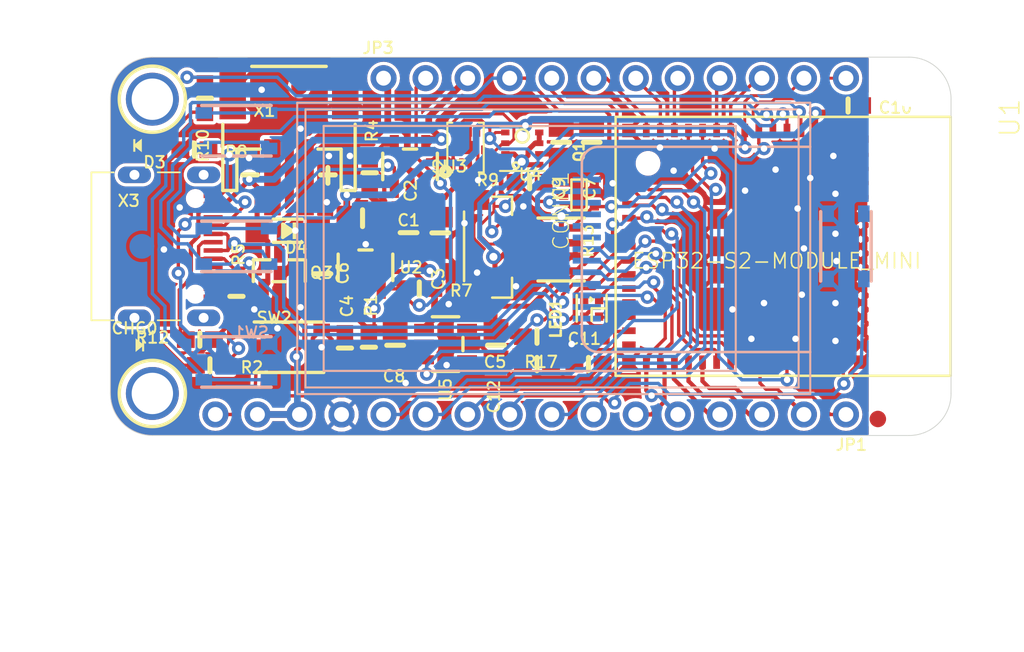
<source format=kicad_pcb>
(kicad_pcb (version 20221018) (generator pcbnew)
  (layers (0 "F.Cu" signal) (31 "B.Cu" signal) (34 "B.Paste" user) (35 "F.Paste" user) (36 "B.SilkS" user "B.Silkscreen") (37 "F.SilkS" user "F.Silkscreen") (38 "B.Mask" user) (39 "F.Mask" user) (44 "Edge.Cuts" user))
  (net 0 "")
  (net 1 "GND")
  (net 2 "VBUS")
  (net 3 "VBAT")
  (net 4 "N$1")
  (net 5 "N$3")
  (net 6 "N$4")
  (net 7 "3.3V")
  (net 8 "RESET")
  (net 9 "EN")
  (net 10 "MOSI")
  (net 11 "SDA")
  (net 12 "SCL")
  (net 13 "MISO")
  (net 14 "SCK")
  (net 15 "VHI")
  (net 16 "N$5")
  (net 17 "D+")
  (net 18 "D-")
  (net 19 "N$8")
  (net 20 "N$9")
  (net 21 "A0")
  (net 22 "A1")
  (net 23 "NEOPIX")
  (net 24 "TXD0")
  (net 25 "BOOT0")
  (net 26 "D6")
  (net 27 "D9")
  (net 28 "D10")
  (net 29 "D11")
  (net 30 "D12")
  (net 31 "D13")
  (net 32 "D5")
  (net 33 "RX")
  (net 34 "TX")
  (net 35 "A2")
  (net 36 "A3")
  (net 37 "A4")
  (net 38 "A5")
  (net 39 "NEOPIX_PWR")
  (net 40 "IO34_DBLTAP")
  (net 41 "TFT_RST")
  (net 42 "TFT_DC")
  (net 43 "TFT_CS")
  (net 44 "BACKLITE")
  (net 45 "N$2")
  (net 46 "LEDK")
  (net 47 "D1")
  (net 48 "D2")
  (net 49 "I2CTFT_POWER")
  (net 50 "VSENSOR")
  (footprint "working:PLABEL17" (layer "F.Cu") (at 144.7927 113.6904)
    (fp_text reference "PLABEL17" hide)
    (fp_text value "" hide)
  )
  (footprint "working:0603-NO" (layer "F.Cu") (at 128.8161 96.0501 -90)
    (fp_text reference "R10")
    (fp_text value "5.1K")
  )
  (footprint "working:0603-NO" (layer "F.Cu") (at 137.2743 111.1504 90)
    (fp_text reference "C4")
    (fp_text value "1uF")
  )
  (footprint "working:0805-NO" (layer "F.Cu") (at 135.9173 106.6596 -90)
    (fp_text reference "C6")
    (fp_text value "10uF")
  )
  (footprint "working:PLABEL12" (layer "F.Cu") (at 139.6111 96.3676)
    (fp_text reference "PLABEL12" hide)
    (fp_text value "" hide)
  )
  (footprint "working:PLABEL16" (layer "F.Cu") (at 167.6146 113.6396)
    (fp_text reference "PLABEL16" hide)
    (fp_text value "" hide)
  )
  (footprint "working:PLABEL9" (layer "F.Cu") (at 159.9311 113.6396)
    (fp_text reference "PLABEL9" hide)
    (fp_text value "" hide)
  )
  (footprint "working:PLABEL0" (layer "F.Cu") (at 144.6911 96.3676)
    (fp_text reference "PLABEL0" hide)
    (fp_text value "" hide)
  )
  (footprint "working:PLABEL20" (layer "F.Cu") (at 147.3327 113.665)
    (fp_text reference "PLABEL20" hide)
    (fp_text value "" hide)
  )
  (footprint "working:TDFN8_2X2MM" (layer "F.Cu") (at 144.5641 99.0346 90)
    (fp_text reference "X2")
    (fp_text value "MAX17048/T")
  )
  (footprint "working:PLABEL24" (layer "F.Cu") (at 152.3111 96.3676)
    (fp_text reference "PLABEL24" hide)
    (fp_text value "" hide)
  )
  (footprint "working:PLABEL15" (layer "F.Cu") (at 142.1511 96.3676)
    (fp_text reference "PLABEL15" hide)
    (fp_text value "" hide)
  )
  (footprint "working:FIDUCIAL_1MM" (layer "F.Cu") (at 169.4779 115.436 -90)
    (fp_text reference "U$35" hide)
    (fp_text value "FIDUCIAL_1MM" hide)
  )
  (footprint "working:PLABEL21" (layer "F.Cu") (at 149.8981 113.6396)
    (fp_text reference "PLABEL21" hide)
    (fp_text value "" hide)
  )
  (footprint "working:0603-NO" (layer "F.Cu") (at 151.9936 112.1156 180)
    (fp_text reference "R17")
    (fp_text value "1Meg")
  )
  (footprint "working:0805-NO" (layer "F.Cu") (at 140.3119 110.9818 -90)
    (fp_text reference "C8")
    (fp_text value "10uF")
  )
  (footprint "working:RESPACK_4X0603" (layer "F.Cu") (at 150.3426 105.1941 -90)
    (fp_text reference "R13")
    (fp_text value "10K Pack")
  )
  (footprint "working:PLABEL28" (layer "F.Cu") (at 162.4711 96.3676)
    (fp_text reference "PLABEL28" hide)
    (fp_text value "" hide)
  )
  (footprint "working:PLABEL5" (layer "F.Cu") (at 139.8651 113.6396)
    (fp_text reference "PLABEL5" hide)
    (fp_text value "" hide)
  )
  (footprint "working:PLABEL1" (layer "F.Cu") (at 129.4511 113.5126)
    (fp_text reference "PLABEL1" hide)
    (fp_text value "" hide)
  )
  (footprint "working:BME280" (layer "F.Cu") (at 147.9931 99.0981 180)
    (fp_text reference "U4")
    (fp_text value "BME280")
  )
  (footprint "" (layer "F.Cu") (at 171.3611 95.4786)
    (fp_text reference "@HOLE1" hide)
    (fp_text value "")
  )
  (footprint "working:0603-NO" (layer "F.Cu") (at 138.7729 100.5586 90)
    (fp_text reference "R4")
    (fp_text value "5.1K")
  )
  (footprint "working:PLABEL18" (layer "F.Cu") (at 152.3111 113.6396)
    (fp_text reference "PLABEL18" hide)
    (fp_text value "" hide)
  )
  (footprint "working:0603-NO" (layer "F.Cu") (at 148.8821 112.1156 180)
    (fp_text reference "C5")
    (fp_text value "1uF")
  )
  (footprint "working:0805-NO" (layer "F.Cu") (at 150.3426 98.7171 -90)
    (fp_text reference "C9")
    (fp_text value "10uF")
  )
  (footprint "working:PLABEL25" (layer "F.Cu") (at 154.8511 96.3676)
    (fp_text reference "PLABEL25" hide)
    (fp_text value "" hide)
  )
  (footprint "working:PLABEL6" (layer "F.Cu") (at 147.2311 96.3676)
    (fp_text reference "PLABEL6" hide)
    (fp_text value "" hide)
  )
  (footprint "working:0603-NO" (layer "F.Cu") (at 128.1811 99.1616)
    (fp_text reference "R8")
    (fp_text value "5.1K")
  )
  (footprint "working:SOT23-5" (layer "F.Cu") (at 143.3576 110.9091 -90)
    (fp_text reference "U5")
    (fp_text value "RT9080/AP2112-3.3")
  )
  (footprint "working:SOT23-5" (layer "F.Cu") (at 138.5189 106.2736)
    (fp_text reference "U2")
    (fp_text value "RT9080/AP2112-3.3")
  )
  (footprint "working:PLABEL14" (layer "F.Cu") (at 128.4351 98.0186)
    (fp_text reference "PLABEL14" hide)
    (fp_text value "" hide)
  )
  (footprint "working:JSTPH2_BATT" (layer "F.Cu") (at 133.8961 98.7806)
    (fp_text reference "X1")
    (fp_text value "JSTPH")
  )
  (footprint "working:FIDUCIAL_1MM" (layer "F.Cu") (at 134.5311 95.3516 -90)
    (fp_text reference "U$34" hide)
    (fp_text value "FIDUCIAL_1MM" hide)
  )
  (footprint "working:CHIPLED_0603_NOOUTLINE" (layer "F.Cu") (at 124.7521 98.9076 90)
    (fp_text reference "D3")
    (fp_text value "RED")
  )
  (footprint "working:1X16_ROUND_MIN" (layer "F.Cu") (at 148.5011 115.1636 180)
    (fp_text reference "JP1")
    (fp_text value "")
  )
  (footprint "working:CHIPLED_0603_NOOUTLINE" (layer "F.Cu") (at 124.8791 110.9726 -90)
    (fp_text reference "CHG0")
    (fp_text value "ORANGE")
  )
  (footprint "working:PLABEL2" (layer "F.Cu") (at 134.6581 113.6396)
    (fp_text reference "PLABEL2" hide)
    (fp_text value "" hide)
  )
  (footprint "working:SOT23-R" (layer "F.Cu") (at 133.3119 106.4768)
    (fp_text reference "Q3")
    (fp_text value "DMG3415U")
  )
  (footprint "working:PLABEL4" (layer "F.Cu") (at 142.2781 113.6396)
    (fp_text reference "PLABEL4" hide)
    (fp_text value "" hide)
  )
  (footprint "working:PLABEL13" (layer "F.Cu") (at 137.1981 113.6396)
    (fp_text reference "PLABEL13" hide)
    (fp_text value "" hide)
  )
  (footprint "working:PLABEL31" (layer "F.Cu") (at 148.1836 108.7501)
    (fp_text reference "PLABEL31" hide)
    (fp_text value "" hide)
  )
  (footprint "working:SOT23-5" (layer "F.Cu") (at 141.2113 100.1776)
    (fp_text reference "U3")
    (fp_text value "MCP73831T-2ACI/OT")
  )
  (footprint "working:0603-NO" (layer "F.Cu") (at 129.1209 112.1918)
    (fp_text reference "R2")
    (fp_text value "5.1K")
  )
  (footprint "working:0805-NO" (layer "F.Cu") (at 138.3411 103.3018)
    (fp_text reference "C1")
    (fp_text value "10uF")
  )
  (footprint "working:0603-NO" (layer "F.Cu") (at 148.4376 101.1301 180)
    (fp_text reference "R9")
    (fp_text value "22ohm")
  )
  (footprint "working:PLABEL30" (layer "F.Cu") (at 152.7556 106.2101 90)
    (fp_text reference "PLABEL30" hide)
    (fp_text value "" hide)
  )
  (footprint "working:0805-NO" (layer "F.Cu") (at 152.1841 98.7171 -90)
    (fp_text reference "C7")
    (fp_text value "10uF")
  )
  (footprint "working:SOD-123" (layer "F.Cu") (at 133.8199 104.0638 180)
    (fp_text reference "D4")
    (fp_text value "MBR540")
  )
  (footprint "working:PLABEL19" (layer "F.Cu") (at 169.0116 94.8436 90)
    (fp_text reference "PLABEL19" hide)
    (fp_text value "" hide)
  )
  (footprint "working:0805-NO" (layer "F.Cu") (at 143.0401 104.1908 -90)
    (fp_text reference "C3")
    (fp_text value "10uF")
  )
  (footprint "working:PLABEL27" (layer "F.Cu") (at 159.9311 96.3676)
    (fp_text reference "PLABEL27" hide)
    (fp_text value "" hide)
  )
  (footprint "working:0805-NO" (layer "F.Cu") (at 146.4056 110.9726 -90)
    (fp_text reference "C12")
    (fp_text value "10uF")
  )
  (footprint "working:PLABEL8" (layer "F.Cu") (at 157.3911 113.6396)
    (fp_text reference "PLABEL8" hide)
    (fp_text value "" hide)
  )
  (footprint "working:1X12_ROUND_MIN" (layer "F.Cu") (at 153.5811 94.8436)
    (fp_text reference "JP3")
    (fp_text value "")
  )
  (footprint "working:SC70" (layer "F.Cu") (at 151.4221 101.8921 90)
    (fp_text reference "Q1")
    (fp_text value "BSS138")
  )
  (footprint "working:USB_C_CUSB31-CFM2AX-01-X" (layer "F.Cu") (at 127.0381 105.0036 -90)
    (fp_text reference "X3")
    (fp_text value "USB C")
  )
  (footprint "working:0603-NO" (layer "F.Cu") (at 138.7221 111.0996 90)
    (fp_text reference "R1")
    (fp_text value "10K")
  )
  (footprint "working:BTN_RKB2_4.6X2.8" (layer "F.Cu") (at 133.8961 111.0996)
    (fp_text reference "SW2")
    (fp_text value "KMR2")
  )
  (footprint "working:0603-NO" (layer "F.Cu") (at 128.5113 110.6424 180)
    (fp_text reference "R12")
    (fp_text value "100K")
  )
  (footprint "working:PLABEL11" (layer "F.Cu") (at 164.8841 113.6396)
    (fp_text reference "PLABEL11" hide)
    (fp_text value "" hide)
  )
  (footprint "working:0603-NO" (layer "F.Cu") (at 167.6781 96.4946)
    (fp_text reference "C10")
    (fp_text value "1uF")
  )
  (footprint "working:PLABEL26" (layer "F.Cu") (at 157.3911 96.3676)
    (fp_text reference "PLABEL26" hide)
    (fp_text value "" hide)
  )
  (footprint "working:PLABEL29" (layer "F.Cu") (at 165.0111 96.3676)
    (fp_text reference "PLABEL29" hide)
    (fp_text value "" hide)
  )
  (footprint "working:PLABEL3" (layer "F.Cu") (at 132.1181 113.6396)
    (fp_text reference "PLABEL3" hide)
    (fp_text value "" hide)
  )
  (footprint "" (layer "F.Cu") (at 171.3611 114.5921)
    (fp_text reference "@HOLE0" hide)
    (fp_text value "")
  )
  (footprint "working:PLABEL7" (layer "F.Cu") (at 154.8511 113.6396)
    (fp_text reference "PLABEL7" hide)
    (fp_text value "" hide)
  )
  (footprint "working:PLABEL22" (layer "F.Cu") (at 133.7691 108.8136)
    (fp_text reference "PLABEL22" hide)
    (fp_text value "" hide)
  )
  (footprint "working:0603-NO" (layer "F.Cu") (at 148.8821 110.4646)
    (fp_text reference "C11")
    (fp_text value "1uF")
  )
  (footprint "working:0603-NO" (layer "F.Cu") (at 130.7211 108.0262 90)
    (fp_text reference "R5")
    (fp_text value "5.1K")
  )
  (footprint "working:0805-NO" (layer "F.Cu") (at 141.1224 104.1781 90)
    (fp_text reference "C2")
    (fp_text value "10uF")
  )
  (footprint "working:0603-NO" (layer "F.Cu") (at 141.7701 107.5563)
    (fp_text reference "R7")
    (fp_text value "100K")
  )
  (footprint "working:MOUNTINGHOLE_2.5_PLATED" (layer "F.Cu") (at 125.6411 113.8936 -90)
    (fp_text reference "U$32" hide)
    (fp_text value "MOUNTINGHOLE2.5" hide)
  )
  (footprint "working:SK6805_1515" (layer "F.Cu") (at 152.1841 108.7501 90)
    (fp_text reference "LED1")
    (fp_text value "WS2812B_SK6805_1515")
  )
  (footprint "working:JST_SH4_RA" (layer "F.Cu") (at 146.7231 105.0036 -90)
    (fp_text reference "CONN1")
    (fp_text value "STEMMA_I2C_QTRA" hide)
  )
  (footprint "working:PLABEL23" (layer "F.Cu") (at 149.7711 96.3676)
    (fp_text reference "PLABEL23" hide)
    (fp_text value "" hide)
  )
  (footprint "working:MOUNTINGHOLE_2.5_PLATED" (layer "F.Cu") (at 125.6411 96.1136 -90)
    (fp_text reference "U$31" hide)
    (fp_text value "MOUNTINGHOLE2.5" hide)
  )
  (footprint "working:PLABEL10" (layer "F.Cu") (at 162.4711 113.6396)
    (fp_text reference "PLABEL10" hide)
    (fp_text value "" hide)
  )
  (footprint "working:ESP32-S2-MINI-1" (layer "F.Cu") (at 161.4551 105.0036 -90)
    (fp_text reference "U1")
    (fp_text value "ESP32-S2-MODULE_MINI")
  )
  (footprint "working:PLABEL32" (layer "B.Cu") (at 171.4881 105.0036 90)
    (fp_text reference "PLABEL32" hide)
    (fp_text value "" hide)
  )
  (footprint "working:BTN_RKB2_4.6X2.8" (layer "B.Cu") (at 130.7211 105.0036 180)
    (fp_text reference "SW5" hide)
    (fp_text value "KMR2" hide)
  )
  (footprint "working:PLABEL33" (layer "B.Cu") (at 127.2921 98.5901 90)
    (fp_text reference "PLABEL33" hide)
    (fp_text value "" hide)
  )
  (footprint "working:PLABEL35" (layer "B.Cu") (at 127.1651 111.0361 90)
    (fp_text reference "PLABEL35" hide)
    (fp_text value "" hide)
  )
  (footprint "working:BTN_RKB2_4.6X2.8" (layer "B.Cu") (at 130.7211 98.0186)
    (fp_text reference "SW3" hide)
    (fp_text value "KMR2" hide)
  )
  (footprint "working:PLABEL34" (layer "B.Cu") (at 127.3556 105.0036 90)
    (fp_text reference "PLABEL34" hide)
    (fp_text value "" hide)
  )
  (footprint "working:BTN_RKB2_4.6X2.8" (layer "B.Cu") (at 130.7211 111.9886 180)
    (fp_text reference "SW1")
    (fp_text value "KMR2")
  )
  (footprint "working:BTN_RKB2_4.6X2.8" (layer "B.Cu") (at 167.5511 105.0036 -90)
    (fp_text reference "SW4" hide)
    (fp_text value "KMR2" hide)
  )
  (footprint "working:PLABEL36" (layer "B.Cu") (at 168.1226 110.0201 90)
    (fp_text reference "PLABEL36" hide)
    (fp_text value "" hide)
  )
  (footprint "working:TFT_1.14IN_240X135_WRAPUNDER" (layer "B.Cu") (at 165.3921 105.1306 -90)
    (fp_text reference "DISP1" hide)
    (fp_text value "DISP_LCD_GENERIC_SPI_1.14IN_240X135_WRAPUNDER" hide)
  )
  (footprint "working:TESTPOINT_ROUND_1.5MM_NO" (layer "B.Cu") (at 125.0061 105.0036 180)
    (fp_text reference "TP1" hide)
    (fp_text value "" hide)
  )
  (gr_arc (start 173.9011 113.8936) (mid 173.157151 115.689651) (end 171.3611 116.4336) (stroke (width 0.05)) (layer "Edge.Cuts"))
  (gr_arc (start 123.1011 96.1136) (mid 123.845049 94.317549) (end 125.6411 93.5736) (stroke (width 0.05)) (layer "Edge.Cuts"))
  (gr_arc (start 125.6411 116.4336) (mid 123.845049 115.689651) (end 123.1011 113.8936) (stroke (width 0.05)) (layer "Edge.Cuts"))
  (gr_line (start 123.1011 96.1136) (end 123.1011 113.8936) (stroke (width 0.05)) (layer "Edge.Cuts"))
  (gr_arc (start 171.3611 93.5736) (mid 173.157151 94.317549) (end 173.9011 96.1136) (stroke (width 0.05)) (layer "Edge.Cuts"))
  (gr_line (start 173.9011 113.8936) (end 173.9011 96.1136) (stroke (width 0.05)) (layer "Edge.Cuts"))
  (gr_line (start 171.3611 93.5736) (end 125.6411 93.5736) (stroke (width 0.05)) (layer "Edge.Cuts"))
  (gr_line (start 125.6411 116.4336) (end 171.3611 116.4336) (stroke (width 0.05)) (layer "Edge.Cuts"))
  (segment (start 153.4541 101.1936) (end 153.4541 100.5586) (width 0.2032) (layer "F.Cu") (net 1))
  (segment (start 157.6451 99.7966) (end 157.6451 100.5586) (width 0.254) (layer "F.Cu") (net 1))
  (segment (start 132.7531 99.9236) (end 132.8961 100.0666) (width 0.4064) (layer "F.Cu") (net 1))
  (segment (start 137.8966 108.6866) (end 136.3726 108.6866) (width 0.4064) (layer "F.Cu") (net 1))
  (segment (start 148.0321 112.1156) (end 148.0321 112.052263) (width 0.254) (layer "F.Cu") (net 1))
  (segment (start 141.2113 101.4777) (end 141.2113 103.1392) (width 0.4064) (layer "F.Cu") (net 1))
  (segment (start 146.7231 101.8286) (end 146.78025 101.88575) (width 0.254) (layer "F.Cu") (net 1))
  (segment (start 138.5189 107.5737) (end 138.5189 108.0389) (width 0.254) (layer "F.Cu") (net 1))
  (segment (start 135.8691 110.0246) (end 136.9985 110.0246) (width 0.3048) (layer "F.Cu") (net 1))
  (segment (start 154.435996 98.0036) (end 155.459496 99.0271) (width 0.254) (layer "F.Cu") (net 1))
  (segment (start 155.459496 99.0271) (end 155.450368 99.0346) (width 0.254) (layer "F.Cu") (net 1))
  (segment (start 161.4551 101.6381) (end 161.4551 102.2731) (width 0.254) (layer "F.Cu") (net 1))
  (segment (start 130.7254 100.1733) (end 130.9751 99.9236) (width 0.4064) (layer "F.Cu") (net 1))
  (segment (start 132.8961 100.0666) (end 132.8961 100.8296) (width 0.4064) (layer "F.Cu") (net 1))
  (segment (start 129.7301 101.8036) (end 130.7254 100.8083) (width 0.4064) (layer "F.Cu") (net 1))
  (segment (start 145.0989 102.6908) (end 144.9451 102.8446) (width 0.3048) (layer "F.Cu") (net 1))
  (segment (start 146.9681 100.245125) (end 146.7231 100.490125) (width 0.3048) (layer "F.Cu") (net 1))
  (segment (start 152.1841 99.6671) (end 152.5626 99.6671) (width 0.2032) (layer "F.Cu") (net 1))
  (segment (start 144.5641 99.0346) (end 144.212731 99.0346) (width 0.2032) (layer "F.Cu") (net 1))
  (segment (start 146.9681 100.0731) (end 146.9681 100.245125) (width 0.3048) (layer "F.Cu") (net 1))
  (segment (start 136.3726 108.6866) (end 135.9173 108.2313) (width 0.4064) (layer "F.Cu") (net 1))
  (segment (start 155.450368 99.0346) (end 156.8831 99.0346) (width 0.254) (layer "F.Cu") (net 1))
  (segment (start 161.4551 102.2731) (end 159.3596 102.2731) (width 0.254) (layer "F.Cu") (net 1))
  (segment (start 144.8141 98.0346) (end 144.8141 99.0346) (width 0.2032) (layer "F.Cu") (net 1))
  (segment (start 144.5641 99.0346) (end 144.8141 99.0346) (width 0.2032) (layer "F.Cu") (net 1))
  (segment (start 138.7729 101.8946) (end 138.7729 101.4086) (width 0.4064) (layer "F.Cu") (net 1))
  (segment (start 130.9751 99.9236) (end 132.7531 99.9236) (width 0.4064) (layer "F.Cu") (net 1))
  (segment (start 150.0986 99.4231) (end 150.3426 99.6671) (width 0.3048) (layer "F.Cu") (net 1))
  (segment (start 145.3141 100.0346) (end 145.3141 99.2806) (width 0.1778) (layer "F.Cu") (net 1))
  (segment (start 139.2911 103.3018) (end 139.2911 102.4128) (width 0.4064) (layer "F.Cu") (net 1))
  (segment (start 138.5189 107.5737) (end 138.5189 108.0643) (width 0.4064) (layer "F.Cu") (net 1))
  (segment (start 146.5986 112.1156) (end 146.4056 111.9226) (width 0.3048) (layer "F.Cu") (net 1))
  (segment (start 156.8831 99.0346) (end 157.6451 99.7966) (width 0.254) (layer "F.Cu") (net 1))
  (segment (start 136.9985 110.0246) (end 137.2743 110.3004) (width 0.3048) (layer "F.Cu") (net 1))
  (segment (start 135.9173 108.2313) (end 135.9173 107.6096) (width 0.4064) (layer "F.Cu") (net 1))
  (segment (start 157.6451 100.5586) (end 159.3596 102.2731) (width 0.254) (layer "F.Cu") (net 1))
  (segment (start 139.2911 102.4128) (end 138.7729 101.8946) (width 0.4064) (layer "F.Cu") (net 1))
  (segment (start 143.8141 100.0346) (end 143.8141 99.433232) (width 0.2032) (layer "F.Cu") (net 1))
  (segment (start 147.8661 106.5671) (end 147.8026 106.5036) (width 0.2032) (layer "F.Cu") (net 1))
  (segment (start 129.3131 101.8036) (end 129.7301 101.8036) (width 0.4064) (layer "F.Cu") (net 1))
  (segment (start 130.7254 100.8083) (end 130.7254 100.1733) (width 0.4064) (layer "F.Cu") (net 1))
  (segment (start 144.9451 102.8446) (end 144.9451 106.2736) (width 0.3048) (layer "F.Cu") (net 1))
  (segment (start 144.212731 99.0346) (end 143.8141 99.433232) (width 0.2032) (layer "F.Cu") (net 1))
  (segment (start 146.7231 100.490125) (end 146.7231 101.8286) (width 0.254) (layer "F.Cu") (net 1))
  (segment (start 144.9451 106.2736) (end 145.2626 106.5911) (width 0.3048) (layer "F.Cu") (net 1))
  (segment (start 129.3131 108.2036) (end 130.0485 108.2036) (width 0.4064) (layer "F.Cu") (net 1))
  (segment (start 149.0181 99.4231) (end 150.0986 99.4231) (width 0.3048) (layer "F.Cu") (net 1))
  (segment (start 145.0989 102.2036) (end 145.0989 102.6908) (width 0.3048) (layer "F.Cu") (net 1))
  (segment (start 153.4541 100.5586) (end 152.5626 99.6671) (width 0.2032) (layer "F.Cu") (net 1))
  (segment (start 138.5189 108.0643) (end 137.8966 108.6866) (width 0.4064) (layer "F.Cu") (net 1))
  (segment (start 147.6471 106.5036) (end 147.8026 106.5036) (width 0.2032) (layer "F.Cu") (net 1))
  (segment (start 130.0485 108.2036) (end 130.7211 108.8762) (width 0.4064) (layer "F.Cu") (net 1))
  (segment (start 141.2113 103.1392) (end 141.1224 103.2281) (width 0.4064) (layer "F.Cu") (net 1))
  (segment (start 148.0321 112.1156) (end 146.5986 112.1156) (width 0.3048) (layer "F.Cu") (net 1))
  (via (at 131.4831 99.6696) (size 0.8001) (drill 0.3937) (layers "F.Cu" "B.Cu") (net 1))
  (via (at 145.2626 106.5911) (size 0.8001) (drill 0.3937) (layers "F.Cu" "B.Cu") (net 1))
  (via (at 166.9161 110.7186) (size 0.8001) (drill 0.3937) (layers "F.Cu" "B.Cu") (net 1))
  (via (at 164.6301 102.7176) (size 0.8001) (drill 0.3937) (layers "F.Cu" "B.Cu") (net 1))
  (via (at 133.1976 109.9566) (size 0.8001) (drill 0.3937) (layers "F.Cu" "B.Cu") (net 1))
  (via (at 127.2921 102.6541) (size 0.8001) (drill 0.3937) (layers "F.Cu" "B.Cu") (net 1))
  (via (at 162.5981 108.4326) (size 0.8001) (drill 0.3937) (layers "F.Cu" "B.Cu") (net 1))
  (via (at 131.8006 108.8136) (size 0.8001) (drill 0.3937) (layers "F.Cu" "B.Cu") (net 1))
  (via (at 164.5031 110.5916) (size 0.8001) (drill 0.3937) (layers "F.Cu" "B.Cu") (net 1))
  (via (at 166.9796 105.8926) (size 0.8001) (drill 0.3937) (layers "F.Cu" "B.Cu") (net 1))
  (via (at 165.0111 105.1306) (size 0.8001) (drill 0.3937) (layers "F.Cu" "B.Cu") (net 1))
  (via (at 143.4211 112.1791) (size 0.8001) (drill 0.3937) (layers "F.Cu" "B.Cu") (net 1))
  (via (at 159.6136 99.0981) (size 0.8001) (drill 0.3937) (layers "F.Cu" "B.Cu") (net 1))
  (via (at 132.2451 95.5421) (size 0.8001) (drill 0.3937) (layers "F.Cu" "B.Cu") (net 1))
  (via (at 135.8646 111.0996) (size 0.8001) (drill 0.3937) (layers "F.Cu" "B.Cu") (net 1))
  (via (at 134.5946 97.8916) (size 0.8001) (drill 0.3937) (layers "F.Cu" "B.Cu") (net 1))
  (via (at 134.5946 108.6866) (size 0.8001) (drill 0.3937) (layers "F.Cu" "B.Cu") (net 1))
  (via (at 164.8841 107.9246) (size 0.8001) (drill 0.3937) (layers "F.Cu" "B.Cu") (net 1))
  (via (at 134.2771 104.0511) (size 0.8001) (drill 0.3937) (layers "F.Cu" "B.Cu") (net 1))
  (via (at 147.6121 107.4166) (size 0.8001) (drill 0.3937) (layers "F.Cu" "B.Cu") (net 1))
  (via (at 150.9776 110.9091) (size 0.8001) (drill 0.3937) (layers "F.Cu" "B.Cu") (net 1))
  (via (at 156.3116 99.0346) (size 0.8001) (drill 0.3937) (layers "F.Cu" "B.Cu") (net 1))
  (via (at 148.0566 102.5906) (size 0.8001) (drill 0.3937) (layers "F.Cu" "B.Cu") (net 1))
  (via (at 166.9161 101.8286) (size 0.8001) (drill 0.3937) (layers "F.Cu" "B.Cu") (net 1))
  (via (at 165.3921 100.8761) (size 0.8001) (drill 0.3937) (layers "F.Cu" "B.Cu") (net 1))
  (via (at 160.6931 108.8136) (size 0.8001) (drill 0.3937) (layers "F.Cu" "B.Cu") (net 1))
  (via (at 163.2966 100.3681) (size 0.8001) (drill 0.3937) (layers "F.Cu" "B.Cu") (net 1))
  (via (at 144.5006 103.6066) (size 0.8001) (drill 0.3937) (layers "F.Cu" "B.Cu") (net 1))
  (via (at 138.5316 104.8766) (size 0.8001) (drill 0.3937) (layers "F.Cu" "B.Cu") (net 1))
  (via (at 136.3091 99.5426) (size 0.8001) (drill 0.3937) (layers "F.Cu" "B.Cu") (net 1))
  (via (at 166.9161 104.2416) (size 0.8001) (drill 0.3937) (layers "F.Cu" "B.Cu") (net 1))
  (via (at 166.9161 108.4326) (size 0.8001) (drill 0.3937) (layers "F.Cu" "B.Cu") (net 1))
  (via (at 137.5791 99.5426) (size 0.8001) (drill 0.3937) (layers "F.Cu" "B.Cu") (net 1))
  (via (at 126.3396 105.1941) (size 0.8001) (drill 0.3937) (layers "F.Cu" "B.Cu") (net 1))
  (via (at 161.8361 110.5916) (size 0.8001) (drill 0.3937) (layers "F.Cu" "B.Cu") (net 1))
  (via (at 143.5481 108.4961) (size 0.8001) (drill 0.3937) (layers "F.Cu" "B.Cu") (net 1))
  (via (at 136.1821 102.3366) (size 0.8001) (drill 0.3937) (layers "F.Cu" "B.Cu") (net 1))
  (via (at 153.4541 101.1936) (size 0.8001) (drill 0.3937) (layers "F.Cu" "B.Cu") (net 1))
  (via (at 140.9446 113.2586) (size 0.8001) (drill 0.3937) (layers "F.Cu" "B.Cu") (net 1))
  (via (at 166.7891 99.5426) (size 0.8001) (drill 0.3937) (layers "F.Cu" "B.Cu") (net 1))
  (via (at 157.1371 100.4316) (size 0.8001) (drill 0.3937) (layers "F.Cu" "B.Cu") (net 1))
  (via (at 161.4551 101.6381) (size 0.8001) (drill 0.3937) (layers "F.Cu" "B.Cu") (net 1))
  (via (at 145.3261 101.0031) (size 0.8001) (drill 0.3937) (layers "F.Cu" "B.Cu") (net 1))
  (segment (start 127.6613 110.6424) (end 127.6613 110.1344) (width 0.2032) (layer "F.Cu") (net 2))
  (segment (start 127.967603 107.1876) (end 127.967603 104.843035) (width 0.254) (layer "F.Cu") (net 2))
  (segment (start 131.4961 100.9526) (end 131.4961 100.9921) (width 0.3048) (layer "F.Cu") (net 2))
  (segment (start 129.3131 102.6036) (end 129.8846 102.6036) (width 0.3048) (layer "F.Cu") (net 2))
  (segment (start 132.6159 104.7098) (end 131.9699 104.0638) (width 0.3048) (layer "F.Cu") (net 2))
  (segment (start 127.269103 107.6321) (end 127.713603 107.1876) (width 0.2032) (layer "F.Cu") (net 2))
  (segment (start 127.967603 107.1876) (end 127.713603 107.1876) (width 0.254) (layer "F.Cu") (net 2))
  (segment (start 129.254537 107.462163) (end 128.9321 107.462163) (width 0.254) (layer "F.Cu") (net 2))
  (segment (start 131.4961 100.9921) (end 129.8846 102.6036) (width 0.3048) (layer "F.Cu") (net 2))
  (segment (start 142.3416 97.1931) (end 142.3416 97.7646) (width 0.4064) (layer "F.Cu") (net 2))
  (segment (start 127.332603 109.805704) (end 127.269103 109.742204) (width 0.2032) (layer "F.Cu") (net 2))
  (segment (start 128.8051 102.6036) (end 128.4241 102.9846) (width 0.254) (layer "F.Cu") (net 2))
  (segment (start 124.1291 110.9726) (end 124.9447 110.157) (width 0.2032) (layer "F.Cu") (net 2))
  (segment (start 132.6159 107.2228) (end 132.3619 107.4768) (width 0.3048) (layer "F.Cu") (net 2))
  (segment (start 127.332603 109.805704) (end 127.332603 110.157) (width 0.2032) (layer "F.Cu") (net 2))
  (segment (start 144.6911 94.8436) (end 142.3416 97.1931) (width 0.4064) (layer "F.Cu") (net 2))
  (segment (start 142.1613 98.8775) (end 142.5122 98.5266) (width 0.4064) (layer "F.Cu") (net 2))
  (segment (start 132.6159 104.7098) (end 132.6159 107.2228) (width 0.3048) (layer "F.Cu") (net 2))
  (segment (start 128.4241 102.9846) (end 128.4241 104.386538) (width 0.254) (layer "F.Cu") (net 2))
  (segment (start 128.4241 104.386538) (end 127.967603 104.843035) (width 0.254) (layer "F.Cu") (net 2))
  (segment (start 129.3131 102.6036) (end 128.8051 102.6036) (width 0.254) (layer "F.Cu") (net 2))
  (segment (start 128.657537 107.1876) (end 127.967603 107.1876) (width 0.254) (layer "F.Cu") (net 2))
  (segment (start 143.1036 98.5266) (end 142.5122 98.5266) (width 0.4064) (layer "F.Cu") (net 2))
  (segment (start 129.3131 107.4036) (end 129.254537 107.462163) (width 0.254) (layer "F.Cu") (net 2))
  (segment (start 143.1036 98.5266) (end 142.3416 97.7646) (width 0.4064) (layer "F.Cu") (net 2))
  (segment (start 127.6613 110.1344) (end 127.332603 109.805704) (width 0.2032) (layer "F.Cu") (net 2))
  (segment (start 128.9321 107.462163) (end 128.657537 107.1876) (width 0.254) (layer "F.Cu") (net 2))
  (segment (start 131.9699 101.4264) (end 131.4961 100.9526) (width 0.3048) (layer "F.Cu") (net 2))
  (segment (start 131.9699 104.0638) (end 131.9699 101.4264) (width 0.3048) (layer "F.Cu") (net 2))
  (segment (start 124.9447 110.157) (end 127.332603 110.157) (width 0.2032) (layer "F.Cu") (net 2))
  (segment (start 127.269103 109.742204) (end 127.269103 107.6321) (width 0.2032) (layer "F.Cu") (net 2))
  (via (at 143.1036 98.5266) (size 0.8001) (drill 0.3937) (layers "F.Cu" "B.Cu") (net 2))
  (via (at 131.4961 100.9526) (size 0.8001) (drill 0.3937) (layers "F.Cu" "B.Cu") (net 2))
  (segment (start 131.4961 100.9526) (end 132.9941 100.9526) (width 0.4064) (layer "B.Cu") (net 2))
  (segment (start 135.3566 98.5901) (end 143.0401 98.5901) (width 0.4064) (layer "B.Cu") (net 2))
  (segment (start 132.9941 100.9526) (end 135.3566 98.5901) (width 0.4064) (layer "B.Cu") (net 2))
  (segment (start 143.0401 98.5901) (end 143.1036 98.5266) (width 0.4064) (layer "B.Cu") (net 2))
  (segment (start 140.625712 97.8281) (end 141.0443 98.246688) (width 0.4064) (layer "F.Cu") (net 3))
  (segment (start 134.8961 99.1776) (end 134.8961 100.8296) (width 0.4064) (layer "F.Cu") (net 3))
  (segment (start 139.6111 94.8436) (end 139.8651 95.0976) (width 0.4064) (layer "F.Cu") (net 3))
  (segment (start 139.8651 97.8281) (end 140.625712 97.8281) (width 0.4064) (layer "F.Cu") (net 3))
  (segment (start 139.1031 98.3996) (end 139.6111 97.8916) (width 0.4064) (layer "F.Cu") (net 3))
  (segment (start 139.6111 97.8916) (end 139.8651 97.8916) (width 0.4064) (layer "F.Cu") (net 3))
  (segment (start 141.0443 98.246688) (end 141.0443 100.2773) (width 0.4064) (layer "F.Cu") (net 3))
  (segment (start 142.1613 101.4777) (end 142.1613 102.362) (width 0.3048) (layer "F.Cu") (net 3))
  (segment (start 139.8651 95.0976) (end 139.8651 97.8281) (width 0.4064) (layer "F.Cu") (net 3))
  (segment (start 142.3852 102.0191) (end 142.1613 101.7952) (width 0.4064) (layer "F.Cu") (net 3))
  (segment (start 142.1613 101.4777) (end 142.1613 101.7952) (width 0.4064) (layer "F.Cu") (net 3))
  (segment (start 139.8651 97.8281) (end 139.8651 97.8916) (width 0.4064) (layer "F.Cu") (net 3))
  (segment (start 142.3852 102.0191) (end 143.3043 102.0191) (width 0.4064) (layer "F.Cu") (net 3))
  (segment (start 144.3141 100.0346) (end 144.8141 100.0346) (width 0.3048) (layer "F.Cu") (net 3))
  (segment (start 134.9121 102.0826) (end 134.9121 100.8456) (width 0.3048) (layer "F.Cu") (net 3))
  (segment (start 142.1613 102.362) (end 143.0401 103.2408) (width 0.3048) (layer "F.Cu") (net 3))
  (segment (start 142.1613 101.013888) (end 142.1613 101.4777) (width 0.4064) (layer "F.Cu") (net 3))
  (segment (start 135.6741 98.3996) (end 139.1031 98.3996) (width 0.4064) (layer "F.Cu") (net 3))
  (segment (start 141.644112 100.4967) (end 142.1613 101.013888) (width 0.4064) (layer "F.Cu") (net 3))
  (segment (start 141.0443 100.2773) (end 141.2637 100.4967) (width 0.4064) (layer "F.Cu") (net 3))
  (segment (start 141.2637 100.4967) (end 141.644112 100.4967) (width 0.4064) (layer "F.Cu") (net 3))
  (segment (start 134.8961 99.1776) (end 135.6741 98.3996) (width 0.4064) (layer "F.Cu") (net 3))
  (segment (start 133.3119 105.4768) (end 133.3119 103.6828) (width 0.3048) (layer "F.Cu") (net 3))
  (segment (start 134.9121 100.8456) (end 134.8961 100.8296) (width 0.3048) (layer "F.Cu") (net 3))
  (segment (start 133.3119 103.6828) (end 134.9121 102.0826) (width 0.3048) (layer "F.Cu") (net 3))
  (segment (start 143.3043 102.0191) (end 144.3141 101.0093) (width 0.3048) (layer "F.Cu") (net 3))
  (segment (start 144.3141 101.0093) (end 144.3141 100.0346) (width 0.3048) (layer "F.Cu") (net 3))
  (segment (start 125.6291 110.9726) (end 126.304868 110.9726) (width 0.2032) (layer "F.Cu") (net 4))
  (segment (start 127.524068 112.1918) (end 126.304868 110.9726) (width 0.2032) (layer "F.Cu") (net 4))
  (segment (start 127.524068 112.1918) (end 128.2709 112.1918) (width 0.2032) (layer "F.Cu") (net 4))
  (segment (start 127.61595 103.6701) (end 127.20955 104.0765) (width 0.2032) (layer "F.Cu") (net 5))
  (segment (start 129.9709 112.1918) (end 130.8481 111.3146) (width 0.2032) (layer "F.Cu") (net 5))
  (segment (start 127.20955 104.0765) (end 127.20955 106.619738) (width 0.2032) (layer "F.Cu") (net 5))
  (segment (start 140.2613 100.2507) (end 140.1191 100.1085) (width 0.2032) (layer "F.Cu") (net 5))
  (segment (start 130.8481 111.1631) (end 130.8481 111.3146) (width 0.2032) (layer "F.Cu") (net 5))
  (segment (start 140.2613 100.2507) (end 140.2613 101.4777) (width 0.2032) (layer "F.Cu") (net 5))
  (segment (start 139.8651 100.1085) (end 140.1191 100.1085) (width 0.2032) (layer "F.Cu") (net 5))
  (via (at 139.8651 100.1085) (size 0.8001) (drill 0.3937) (layers "F.Cu" "B.Cu") (net 5))
  (via (at 127.20955 106.619738) (size 0.8001) (drill 0.3937) (layers "F.Cu" "B.Cu") (net 5))
  (via (at 130.8481 111.1631) (size 0.8001) (drill 0.3937) (layers "F.Cu" "B.Cu") (net 5))
  (via (at 127.61595 103.6701) (size 0.8001) (drill 0.3937) (layers "F.Cu" "B.Cu") (net 5))
  (segment (start 130.8481 111.1631) (end 129.9672 110.2822) (width 0.2032) (layer "B.Cu") (net 5))
  (segment (start 139.8651 100.172) (end 139.6746 100.3625) (width 0.2032) (layer "B.Cu") (net 5))
  (segment (start 127.350518 109.761019) (end 127.8717 110.2822) (width 0.2032) (layer "B.Cu") (net 5))
  (segment (start 139.6746 100.3625) (end 135.8067 100.3625) (width 0.2032) (layer "B.Cu") (net 5))
  (segment (start 127.20955 106.619738) (end 127.350518 106.619738) (width 0.2032) (layer "B.Cu") (net 5))
  (segment (start 127.61595 103.6701) (end 127.99695 103.2891) (width 0.2032) (layer "B.Cu") (net 5))
  (segment (start 139.8651 100.1085) (end 139.8651 100.172) (width 0.2032) (layer "B.Cu") (net 5))
  (segment (start 132.8801 103.2891) (end 127.99695 103.2891) (width 0.2032) (layer "B.Cu") (net 5))
  (segment (start 127.350518 106.619738) (end 127.350518 109.761019) (width 0.2032) (layer "B.Cu") (net 5))
  (segment (start 135.8067 100.3625) (end 132.8801 103.2891) (width 0.2032) (layer "B.Cu") (net 5))
  (segment (start 127.8717 110.2822) (end 129.9672 110.2822) (width 0.2032) (layer "B.Cu") (net 5))
  (segment (start 138.7729 99.7086) (end 138.7729 99.6674) (width 0.2032) (layer "F.Cu") (net 6))
  (segment (start 139.5628 98.8775) (end 138.7729 99.6674) (width 0.2032) (layer "F.Cu") (net 6))
  (segment (start 140.2613 98.8775) (end 139.5628 98.8775) (width 0.2032) (layer "F.Cu") (net 6))
  (segment (start 141.1224 105.3973) (end 141.1224 105.1281) (width 0.3048) (layer "F.Cu") (net 7))
  (segment (start 139.0396 108.7501) (end 139.0396 109.9321) (width 0.2032) (layer "F.Cu") (net 7))
  (segment (start 137.5689 105.5014) (end 138.0871 106.0196) (width 0.3048) (layer "F.Cu") (net 7))
  (segment (start 166.8281 96.4946) (end 166.3749 96.9478) (width 0.4064) (layer "F.Cu") (net 7))
  (segment (start 140.3119 110.0318) (end 138.9399 110.0318) (width 0.4064) (layer "F.Cu") (net 7))
  (segment (start 152.1841 97.7671) (end 150.3426 97.7671) (width 0.4064) (layer "F.Cu") (net 7))
  (segment (start 166.3749 96.9478) (end 165.7096 96.9478) (width 0.4064) (layer "F.Cu") (net 7))
  (segment (start 165.7096 97.0748) (end 165.6698 97.1146) (width 0.4064) (layer "F.Cu") (net 7))
  (segment (start 165.6698 97.1146) (end 165.6698 97.987404) (width 0.4064) (layer "F.Cu") (net 7))
  (segment (start 138.7221 110.2496) (end 139.0396 109.9321) (width 0.2032) (layer "F.Cu") (net 7))
  (segment (start 131.9911 115.1636) (end 134.5311 115.1636) (width 0.4064) (layer "F.Cu") (net 7))
  (segment (start 148.5011 97.3836) (end 148.1836 97.7011) (width 0.4064) (layer "F.Cu") (net 7))
  (segment (start 137.3911 103.3018) (end 137.5689 103.4796) (width 0.3048) (layer "F.Cu") (net 7))
  (segment (start 134.3406 111.2901) (end 134.3406 111.6711) (width 0.3048) (layer "F.Cu") (net 7))
  (segment (start 137.5689 103.4796) (end 137.5689 104.9735) (width 0.3048) (layer "F.Cu") (net 7))
  (segment (start 142.4051 106.47845) (end 142.06845 106.1418) (width 0.4064) (layer "F.Cu") (net 7))
  (segment (start 150.3426 97.7671) (end 150.0911 97.7671) (width 0.4064) (layer "F.Cu") (net 7))
  (segment (start 142.005287 106.1418) (end 141.1224 105.258913) (width 0.4064) (layer "F.Cu") (net 7))
  (segment (start 138.9399 110.0318) (end 138.7221 110.2496) (width 0.4064) (layer "F.Cu") (net 7))
  (segment (start 134.8486 109.6391) (end 134.8486 110.7821) (width 0.3048) (layer "F.Cu") (net 7))
  (segment (start 137.3911 103.3018) (end 137.3911 101.8946) (width 0.4064) (layer "F.Cu") (net 7))
  (segment (start 140.5001 106.0196) (end 141.1224 105.3973) (width 0.3048) (layer "F.Cu") (net 7))
  (segment (start 149.7076 97.3836) (end 148.5011 97.3836) (width 0.4064) (layer "F.Cu") (net 7))
  (segment (start 137.9687 109.3057) (end 135.182 109.3057) (width 0.3048) (layer "F.Cu") (net 7))
  (segment (start 138.0871 106.0196) (end 140.5001 106.0196) (width 0.3048) (layer "F.Cu") (net 7))
  (segment (start 135.182 109.3057) (end 134.8486 109.6391) (width 0.3048) (layer "F.Cu") (net 7))
  (segment (start 141.1224 105.258913) (end 141.1224 105.1281) (width 0.4064) (layer "F.Cu") (net 7))
  (segment (start 165.685996 98.0036) (end 165.6698 97.987404) (width 0.4064) (layer "F.Cu") (net 7))
  (segment (start 138.7221 110.0591) (end 137.9687 109.3057) (width 0.3048) (layer "F.Cu") (net 7))
  (segment (start 150.0911 97.7671) (end 149.7076 97.3836) (width 0.4064) (layer "F.Cu") (net 7))
  (segment (start 142.06845 106.1418) (end 142.005287 106.1418) (width 0.4064) (layer "F.Cu") (net 7))
  (segment (start 165.7096 97.0748) (end 165.7096 96.9478) (width 0.4064) (layer "F.Cu") (net 7))
  (segment (start 138.7221 110.2496) (end 138.7221 110.0591) (width 0.3048) (layer "F.Cu") (net 7))
  (segment (start 137.5689 104.9735) (end 137.5689 105.5014) (width 0.3048) (layer "F.Cu") (net 7))
  (segment (start 137.3911 101.8946) (end 137.3886 101.8921) (width 0.4064) (layer "F.Cu") (net 7))
  (segment (start 134.8486 110.7821) (end 134.3406 111.2901) (width 0.3048) (layer "F.Cu") (net 7))
  (via (at 134.3406 111.6711) (size 0.8001) (drill 0.3937) (layers "F.Cu" "B.Cu") (net 7))
  (via (at 139.0396 108.7501) (size 0.8001) (drill 0.3937) (layers "F.Cu" "B.Cu") (net 7))
  (via (at 148.1836 97.7011) (size 0.8001) (drill 0.3937) (layers "F.Cu" "B.Cu") (net 7))
  (via (at 142.4051 106.47845) (size 0.8001) (drill 0.3937) (layers "F.Cu" "B.Cu") (net 7))
  (via (at 137.3886 101.8921) (size 0.8001) (drill 0.3937) (layers "F.Cu" "B.Cu") (net 7))
  (via (at 165.7096 96.9478) (size 0.8001) (drill 0.3937) (layers "F.Cu" "B.Cu") (net 7))
  (segment (start 128.7481 103.9286) (end 132.6941 103.9286) (width 0.2032) (layer "B.Cu") (net 7))
  (segment (start 142.081575 99.96805) (end 143.1671 99.96805) (width 0.4064) (layer "B.Cu") (net 7))
  (segment (start 137.3886 101.8921) (end 140.157525 101.8921) (width 0.4064) (layer "B.Cu") (net 7))
  (segment (start 148.1582 97.6757) (end 145.4531 97.6757) (width 0.4064) (layer "B.Cu") (net 7))
  (segment (start 126.61265 103.68915) (end 126.61265 102.372663) (width 0.2032) (layer "B.Cu") (net 7))
  (segment (start 128.7211 98.9391) (end 128.7481 99.0936) (width 0.2032) (layer "B.Cu") (net 7))
  (segment (start 136.6266 103.2891) (end 133.5786 103.2891) (width 0.2032) (layer "B.Cu") (net 7))
  (segment (start 134.5311 115.1636) (end 131.9911 115.1636) (width 0.4064) (layer "B.Cu") (net 7))
  (segment (start 132.6196 98.7171) (end 132.6941 99.0936) (width 0.2032) (layer "B.Cu") (net 7))
  (segment (start 137.3886 102.5271) (end 136.6266 103.2891) (width 0.2032) (layer "B.Cu") (net 7))
  (segment (start 161.943175 98.2726) (end 164.5031 98.2726) (width 0.4064) (layer "B.Cu") (net 7))
  (segment (start 140.99375 106.47845) (end 139.0396 108.4326) (width 0.4064) (layer "B.Cu") (net 7))
  (segment (start 139.0396 108.7501) (end 139.0396 108.4326) (width 0.4064) (layer "B.Cu") (net 7))
  (segment (start 148.1836 97.7011) (end 148.5559 97.3288) (width 0.4064) (layer "B.Cu") (net 7))
  (segment (start 128.2826 104.3941) (end 127.3176 104.3941) (width 0.2032) (layer "B.Cu") (net 7))
  (segment (start 127.3298 100.3304) (end 128.7211 98.9391) (width 0.2032) (layer "B.Cu") (net 7))
  (segment (start 126.61265 102.372663) (end 127.3298 101.655513) (width 0.2032) (layer "B.Cu") (net 7))
  (segment (start 165.7096 97.0661) (end 165.7096 96.9478) (width 0.4064) (layer "B.Cu") (net 7))
  (segment (start 142.4051 106.47845) (end 140.99375 106.47845) (width 0.4064) (layer "B.Cu") (net 7))
  (segment (start 144.526 99.9617) (end 143.1671 99.9617) (width 0.4064) (layer "B.Cu") (net 7))
  (segment (start 128.7481 103.9286) (end 128.2826 104.3941) (width 0.2032) (layer "B.Cu") (net 7))
  (segment (start 145.4531 97.6757) (end 145.1991 97.9297) (width 0.4064) (layer "B.Cu") (net 7))
  (segment (start 143.1671 99.9617) (end 143.1671 99.96805) (width 0.4064) (layer "B.Cu") (net 7))
  (segment (start 160.999375 97.3288) (end 161.943175 98.2726) (width 0.4064) (layer "B.Cu") (net 7))
  (segment (start 145.1991 97.9297) (end 145.1991 99.2886) (width 0.4064) (layer "B.Cu") (net 7))
  (segment (start 127.3298 101.655513) (end 127.3298 100.3304) (width 0.2032) (layer "B.Cu") (net 7))
  (segment (start 132.6941 103.9286) (end 132.7211 104.1466) (width 0.2032) (layer "B.Cu") (net 7))
  (segment (start 128.8226 98.7171) (end 132.6196 98.7171) (width 0.2032) (layer "B.Cu") (net 7))
  (segment (start 148.1582 97.6757) (end 148.1836 97.7011) (width 0.4064) (layer "B.Cu") (net 7))
  (segment (start 134.4041 115.0366) (end 134.5311 115.1636) (width 0.4064) (layer "B.Cu") (net 7))
  (segment (start 148.5559 97.3288) (end 160.999375 97.3288) (width 0.4064) (layer "B.Cu") (net 7))
  (segment (start 128.7481 99.0936) (end 128.8226 98.7171) (width 0.2032) (layer "B.Cu") (net 7))
  (segment (start 127.3176 104.3941) (end 126.61265 103.68915) (width 0.2032) (layer "B.Cu") (net 7))
  (segment (start 140.157525 101.8921) (end 142.081575 99.96805) (width 0.4064) (layer "B.Cu") (net 7))
  (segment (start 145.1991 99.2886) (end 144.526 99.9617) (width 0.4064) (layer "B.Cu") (net 7))
  (segment (start 134.4041 111.7346) (end 134.4041 115.0366) (width 0.4064) (layer "B.Cu") (net 7))
  (segment (start 164.5031 98.2726) (end 165.7096 97.0661) (width 0.4064) (layer "B.Cu") (net 7))
  (segment (start 133.5786 103.2891) (end 132.7211 104.1466) (width 0.2032) (layer "B.Cu") (net 7))
  (segment (start 137.3886 101.8921) (end 137.3886 102.5271) (width 0.2032) (layer "B.Cu") (net 7))
  (segment (start 134.3406 111.6711) (end 134.4041 111.7346) (width 0.4064) (layer "B.Cu") (net 7))
  (segment (start 131.8461 113.7846) (end 131.5927 114.038) (width 0.2032) (layer "F.Cu") (net 8))
  (segment (start 131.5927 114.038) (end 130.4671 115.1636) (width 0.2032) (layer "F.Cu") (net 8))
  (segment (start 137.2743 112.0004) (end 138.6713 112.0004) (width 0.2032) (layer "F.Cu") (net 8))
  (segment (start 152.831865 114.038) (end 138.7221 114.038) (width 0.2032) (layer "F.Cu") (net 8))
  (segment (start 167.386 112.0036) (end 167.386 113.1466) (width 0.2032) (layer "F.Cu") (net 8))
  (segment (start 167.386 113.1466) (end 167.27 113.1466) (width 0.2032) (layer "F.Cu") (net 8))
  (segment (start 129.4511 115.1636) (end 130.4671 115.1636) (width 0.2032) (layer "F.Cu") (net 8))
  (segment (start 135.8691 112.1746) (end 137.1001 112.1746) (width 0.2032) (layer "F.Cu") (net 8))
  (segment (start 167.4241 113.3007) (end 167.27 113.1466) (width 0.2032) (layer "F.Cu") (net 8))
  (segment (start 138.6713 112.0004) (end 138.7221 111.9496) (width 0.2032) (layer "F.Cu") (net 8))
  (segment (start 138.7221 114.038) (end 131.5927 114.038) (width 0.2032) (layer "F.Cu") (net 8))
  (segment (start 153.258796 114.4651) (end 152.831865 114.038) (width 0.2032) (layer "F.Cu") (net 8))
  (segment (start 153.5764 114.4651) (end 153.258796 114.4651) (width 0.2032) (layer "F.Cu") (net 8))
  (segment (start 138.7221 111.9496) (end 138.7221 114.038) (width 0.2032) (layer "F.Cu") (net 8))
  (segment (start 137.2743 112.0004) (end 137.1001 112.1746) (width 0.2032) (layer "F.Cu") (net 8))
  (segment (start 131.8461 113.7846) (end 131.9231 112.1746) (width 0.2032) (layer "F.Cu") (net 8))
  (via (at 153.5764 114.4651) (size 0.8001) (drill 0.3937) (layers "F.Cu" "B.Cu") (net 8))
  (via (at 167.4241 113.3007) (size 0.8001) (drill 0.3937) (layers "F.Cu" "B.Cu") (net 8))
  (segment (start 168.6261 103.0306) (end 168.6261 106.9766) (width 0.1778) (layer "B.Cu") (net 8))
  (segment (start 156.860812 113.93805) (end 156.210762 113.288) (width 0.2032) (layer "B.Cu") (net 8))
  (segment (start 154.484143 113.288) (end 153.5764 114.195744) (width 0.2032) (layer "B.Cu") (net 8))
  (segment (start 167.4241 113.3007) (end 167.4241 113.330488) (width 0.2032) (layer "B.Cu") (net 8))
  (segment (start 167.4241 113.1316) (end 168.4781 112.0776) (width 0.2032) (layer "B.Cu") (net 8))
  (segment (start 156.210762 113.288) (end 154.484143 113.288) (width 0.2032) (layer "B.Cu") (net 8))
  (segment (start 166.816537 113.93805) (end 156.860812 113.93805) (width 0.2032) (layer "B.Cu") (net 8))
  (segment (start 153.5764 114.4651) (end 153.5764 114.195744) (width 0.2032) (layer "B.Cu") (net 8))
  (segment (start 167.4241 113.330488) (end 166.816537 113.93805) (width 0.2032) (layer "B.Cu") (net 8))
  (segment (start 168.4781 112.0776) (end 168.6261 106.9766) (width 0.2032) (layer "B.Cu") (net 8))
  (segment (start 167.4241 113.3007) (end 167.4241 113.1316) (width 0.2032) (layer "B.Cu") (net 8))
  (segment (start 143.0401 101.0666) (end 143.0401 101.1936) (width 0.2032) (layer "F.Cu") (net 9))
  (segment (start 140.9027 107.5737) (end 140.9201 107.5563) (width 0.2032) (layer "F.Cu") (net 9))
  (segment (start 141.5796 95.4151) (end 141.5796 99.6061) (width 0.2032) (layer "F.Cu") (net 9))
  (segment (start 141.452606 108.559607) (end 141.7701 108.5596) (width 0.2032) (layer "F.Cu") (net 9))
  (segment (start 143.0401 101.0666) (end 141.5796 99.6061) (width 0.2032) (layer "F.Cu") (net 9))
  (segment (start 142.1511 94.8436) (end 141.5796 95.4151) (width 0.2032) (layer "F.Cu") (net 9))
  (segment (start 140.9027 107.5737) (end 139.4689 107.5737) (width 0.2032) (layer "F.Cu") (net 9))
  (segment (start 140.9201 107.5563) (end 140.9201 108.0271) (width 0.2032) (layer "F.Cu") (net 9))
  (segment (start 141.452606 108.559607) (end 140.9201 108.0271) (width 0.2032) (layer "F.Cu") (net 9))
  (via (at 143.0401 101.1936) (size 0.8001) (drill 0.3937) (layers "F.Cu" "B.Cu") (net 9))
  (via (at 141.7701 108.5596) (size 0.8001) (drill 0.3937) (layers "F.Cu" "B.Cu") (net 9))
  (segment (start 143.65605 107.140888) (end 142.237337 108.5596) (width 0.2032) (layer "B.Cu") (net 9))
  (segment (start 143.65605 101.80955) (end 143.65605 107.140888) (width 0.2032) (layer "B.Cu") (net 9))
  (segment (start 141.7701 108.5596) (end 142.237337 108.5596) (width 0.2032) (layer "B.Cu") (net 9))
  (segment (start 143.65605 101.80955) (end 143.0401 101.1936) (width 0.2032) (layer "B.Cu") (net 9))
  (segment (start 155.485996 113.702997) (end 155.485996 112.0036) (width 0.254) (layer "F.Cu") (net 10))
  (segment (start 155.612996 111.57971) (end 155.612996 111.8766) (width 0.2032) (layer "F.Cu") (net 10))
  (segment (start 156.6291 110.563607) (end 156.6291 108.8771) (width 0.2032) (layer "F.Cu") (net 10))
  (segment (start 155.8036 114.0206) (end 155.485996 113.702997) (width 0.254) (layer "F.Cu") (net 10))
  (segment (start 155.72105 107.96905) (end 155.6131 108.077) (width 0.2032) (layer "F.Cu") (net 10))
  (segment (start 156.6291 108.8771) (end 155.72105 107.96905) (width 0.2032) (layer "F.Cu") (net 10))
  (segment (start 155.5496 108.077) (end 155.6131 108.077) (width 0.2032) (layer "F.Cu") (net 10))
  (segment (start 155.612996 111.57971) (end 156.6291 110.563607) (width 0.2032) (layer "F.Cu") (net 10))
  (segment (start 155.485996 112.0036) (end 155.612996 111.8766) (width 0.2032) (layer "F.Cu") (net 10))
  (via (at 155.5496 108.077) (size 0.8001) (drill 0.3937) (layers "F.Cu" "B.Cu") (net 10))
  (via (at 155.8036 114.0206) (size 0.8001) (drill 0.3937) (layers "F.Cu" "B.Cu") (net 10))
  (segment (start 155.4432 107.9706) (end 155.5496 108.077) (width 0.2032) (layer "B.Cu") (net 10))
  (segment (start 156.2481 114.0206) (end 157.3911 115.1636) (width 0.254) (layer "B.Cu") (net 10))
  (segment (start 155.8036 114.0206) (end 156.2481 114.0206) (width 0.254) (layer "B.Cu") (net 10))
  (segment (start 151.8921 107.9706) (end 155.4432 107.9706) (width 0.2032) (layer "B.Cu") (net 10))
  (segment (start 146.2786 102.901069) (end 146.2786 102.5906) (width 0.1778) (layer "F.Cu") (net 11))
  (segment (start 145.4531 103.726569) (end 146.2786 102.901069) (width 0.1778) (layer "F.Cu") (net 11))
  (segment (start 162.5981 99.0981) (end 162.286 98.786) (width 0.2032) (layer "F.Cu") (net 11))
  (segment (start 146.9681 98.7731) (end 146.815931 98.7731) (width 0.1778) (layer "F.Cu") (net 11))
  (segment (start 146.2786 102.5906) (end 146.2786 100.0618) (width 0.1778) (layer "F.Cu") (net 11))
  (segment (start 146.8501 97.0026) (end 144.3101 97.0026) (width 0.1778) (layer "F.Cu") (net 11))
  (segment (start 161.944 96.6788) (end 162.3441 96.2787) (width 0.1778) (layer "F.Cu") (net 11))
  (segment (start 146.815931 98.7731) (end 146.278568 99.310463) (width 0.1778) (layer "F.Cu") (net 11))
  (segment (start 146.2786 100.0618) (end 146.278568 100.0618) (width 0.1778) (layer "F.Cu") (net 11))
  (segment (start 144.3101 97.0026) (end 143.8141 97.4986) (width 0.1778) (layer "F.Cu") (net 11))
  (segment (start 146.9771 102.5906) (end 146.2786 102.5906) (width 0.1778) (layer "F.Cu") (net 11))
  (segment (start 146.9486 104.5036) (end 146.58585 104.86635) (width 0.1778) (layer "F.Cu") (net 11))
  (segment (start 162.3441 96.2787) (end 163.065543 96.2787) (width 0.1778) (layer "F.Cu") (net 11))
  (segment (start 162.286 97.6226) (end 161.944 97.2806) (width 0.1778) (layer "F.Cu") (net 11))
  (segment (start 148.1281 104.5036) (end 149.2186 105.5941) (width 0.2032) (layer "F.Cu") (net 11))
  (segment (start 146.9681 98.7731) (end 147.2386 98.7731) (width 0.1778) (layer "F.Cu") (net 11))
  (segment (start 147.6471 104.5036) (end 146.9486 104.5036) (width 0.1778) (layer "F.Cu") (net 11))
  (segment (start 143.8141 97.4986) (end 143.8141 98.0346) (width 0.1778) (layer "F.Cu") (net 11))
  (segment (start 147.6471 104.5036) (end 148.1281 104.5036) (width 0.2032) (layer "F.Cu") (net 11))
  (segment (start 146.58585 104.86635) (end 145.95085 104.86635) (width 0.1778) (layer "F.Cu") (net 11))
  (segment (start 147.4851 98.5266) (end 147.4851 97.6376) (width 0.1778) (layer "F.Cu") (net 11))
  (segment (start 149.2186 105.5941) (end 149.4926 105.5941) (width 0.2032) (layer "F.Cu") (net 11))
  (segment (start 145.95085 104.86635) (end 145.4531 104.3686) (width 0.1778) (layer "F.Cu") (net 11))
  (segment (start 162.286 98.0036) (end 162.286 97.6226) (width 0.1778) (layer "F.Cu") (net 11))
  (segment (start 165.257225 96.0882) (end 166.501825 94.8436) (width 0.1778) (layer "F.Cu") (net 11))
  (segment (start 147.4851 97.6376) (end 146.8501 97.0026) (width 0.1778) (layer "F.Cu") (net 11))
  (segment (start 146.278568 100.0618) (end 146.278568 99.310463) (width 0.1778) (layer "F.Cu") (net 11))
  (segment (start 161.944 96.6788) (end 161.944 97.2806) (width 0.1778) (layer "F.Cu") (net 11))
  (segment (start 145.4531 104.3686) (end 145.4531 103.726569) (width 0.1778) (layer "F.Cu") (net 11))
  (segment (start 147.2386 98.7731) (end 147.4851 98.5266) (width 0.1778) (layer "F.Cu") (net 11))
  (segment (start 162.286 98.0036) (end 162.286 98.786) (width 0.2032) (layer "F.Cu") (net 11))
  (segment (start 163.065543 96.2787) (end 163.256043 96.0882) (width 0.1778) (layer "F.Cu") (net 11))
  (segment (start 163.256043 96.0882) (end 165.257225 96.0882) (width 0.1778) (layer "F.Cu") (net 11))
  (segment (start 166.501825 94.8436) (end 167.5511 94.8436) (width 0.1778) (layer "F.Cu") (net 11))
  (via (at 162.5981 99.0981) (size 0.8001) (drill 0.3937) (layers "F.Cu" "B.Cu") (net 11))
  (via (at 146.9771 102.5906) (size 0.8001) (drill 0.3937) (layers "F.Cu" "B.Cu") (net 11))
  (segment (start 162.4711 99.0981) (end 161.802 99.7672) (width 0.2032) (layer "B.Cu") (net 11))
  (segment (start 160.77565 99.316038) (end 161.215143 99.755532) (width 0.2032) (layer "B.Cu") (net 11))
  (segment (start 161.215143 99.755532) (end 161.215143 99.7672) (width 0.2032) (layer "B.Cu") (net 11))
  (segment (start 146.9771 102.5906) (end 146.9771 102.4636) (width 0.1778) (layer "B.Cu") (net 11))
  (segment (start 160.4899 98.2599) (end 160.77565 98.54565) (width 0.2032) (layer "B.Cu") (net 11))
  (segment (start 162.5981 99.0981) (end 162.4711 99.0981) (width 0.2032) (layer "B.Cu") (net 11))
  (segment (start 151.1808 98.2599) (end 160.4899 98.2599) (width 0.2032) (layer "B.Cu") (net 11))
  (segment (start 160.77565 98.54565) (end 160.77565 99.316038) (width 0.2032) (layer "B.Cu") (net 11))
  (segment (start 161.215143 99.7672) (end 161.802 99.7672) (width 0.2032) (layer "B.Cu") (net 11))
  (segment (start 151.1808 98.2599) (end 146.9771 102.4636) (width 0.1778) (layer "B.Cu") (net 11))
  (segment (start 146.7626 103.5036) (end 146.1516 104.1146) (width 0.1778) (layer "F.Cu") (net 12))
  (segment (start 146.38365 98.1231) (end 146.034125 98.472625) (width 0.1778) (layer "F.Cu") (net 12))
  (segment (start 162.907725 95.8977) (end 163.136325 95.6691) (width 0.1778) (layer "F.Cu") (net 12))
  (segment (start 145.527768 97.3836) (end 146.034125 97.889957) (width 0.1778) (layer "F.Cu") (net 12))
  (segment (start 161.436 98.0036) (end 161.436 96.2597) (width 0.1778) (layer "F.Cu") (net 12))
  (segment (start 146.9681 98.1231) (end 146.38365 98.1231) (width 0.1778) (layer "F.Cu") (net 12))
  (segment (start 146.034125 98.472625) (end 146.0246 98.48215) (width 0.1778) (layer "F.Cu") (net 12))
  (segment (start 161.4551 99.0346) (end 161.4551 98.0036) (width 0.2032) (layer "F.Cu") (net 12))
  (segment (start 161.436 98.0036) (end 161.4551 98.0036) (width 0.2032) (layer "F.Cu") (net 12))
  (segment (start 148.117231 103.5036) (end 148.7015 104.087869) (width 0.2032) (layer "F.Cu") (net 12))
  (segment (start 161.798 95.8977) (end 161.436 96.2597) (width 0.1778) (layer "F.Cu") (net 12))
  (segment (start 161.798 95.8977) (end 162.907725 95.8977) (width 0.1778) (layer "F.Cu") (net 12))
  (segment (start 144.3141 97.537419) (end 144.467918 97.3836) (width 0.1778) (layer "F.Cu") (net 12))
  (segment (start 147.6471 103.5036) (end 146.7626 103.5036) (width 0.1778) (layer "F.Cu") (net 12))
  (segment (start 144.467918 97.3836) (end 145.527768 97.3836) (width 0.1778) (layer "F.Cu") (net 12))
  (segment (start 144.3141 98.0346) (end 144.3141 97.537419) (width 0.1778) (layer "F.Cu") (net 12))
  (segment (start 163.136325 95.6691) (end 164.1856 95.6691) (width 0.1778) (layer "F.Cu") (net 12))
  (segment (start 149.1171 104.7941) (end 149.4926 104.7941) (width 0.2032) (layer "F.Cu") (net 12))
  (segment (start 147.6471 103.5036) (end 148.117231 103.5036) (width 0.2032) (layer "F.Cu") (net 12))
  (segment (start 164.1856 95.6691) (end 165.0111 94.8436) (width 0.1778) (layer "F.Cu") (net 12))
  (segment (start 148.7015 104.087869) (end 148.7015 104.3785) (width 0.2032) (layer "F.Cu") (net 12))
  (segment (start 148.7015 104.3785) (end 149.1171 104.7941) (width 0.2032) (layer "F.Cu") (net 12))
  (segment (start 146.034125 97.889957) (end 146.034125 98.472625) (width 0.1778) (layer "F.Cu") (net 12))
  (via (at 161.4551 99.0346) (size 0.8001) (drill 0.3937) (layers "F.Cu" "B.Cu") (net 12))
  (via (at 146.1516 104.1146) (size 0.8001) (drill 0.3937) (layers "F.Cu" "B.Cu") (net 12))
  (via (at 146.0246 98.48215) (size 0.8001) (drill 0.3937) (layers "F.Cu" "B.Cu") (net 12))
  (segment (start 148.9456 99.75215) (end 148.3106 99.11715) (width 0.1778) (layer "B.Cu") (net 12))
  (segment (start 146.0246 103.9876) (end 146.0246 102.48265) (width 0.1778) (layer "B.Cu") (net 12))
  (segment (start 146.0246 98.48215) (end 146.6596 99.11715) (width 0.1778) (layer "B.Cu") (net 12))
  (segment (start 150.8506 97.84715) (end 148.9456 99.75215) (width 0.2032) (layer "B.Cu") (net 12))
  (segment (start 160.658237 97.8535) (end 160.274 97.8535) (width 0.2032) (layer "B.Cu") (net 12))
  (segment (start 148.3106 99.11715) (end 146.6596 99.11715) (width 0.1778) (layer "B.Cu") (net 12))
  (segment (start 161.285806 98.865307) (end 161.285806 98.481069) (width 0.2032) (layer "B.Cu") (net 12))
  (segment (start 160.26765 97.84715) (end 150.8506 97.84715) (width 0.2032) (layer "B.Cu") (net 12))
  (segment (start 161.285806 98.481069) (end 160.658237 97.8535) (width 0.2032) (layer "B.Cu") (net 12))
  (segment (start 148.9456 99.956282) (end 148.9456 99.75215) (width 0.1778) (layer "B.Cu") (net 12))
  (segment (start 161.4551 99.0346) (end 161.285806 98.865307) (width 0.2032) (layer "B.Cu") (net 12))
  (segment (start 146.0246 102.48265) (end 146.5834 101.92385) (width 0.1778) (layer "B.Cu") (net 12))
  (segment (start 146.1516 104.1146) (end 146.0246 103.9876) (width 0.1778) (layer "B.Cu") (net 12))
  (segment (start 146.5834 101.92385) (end 146.978031 101.92385) (width 0.1778) (layer "B.Cu") (net 12))
  (segment (start 160.274 97.8535) (end 160.26765 97.84715) (width 0.2032) (layer "B.Cu") (net 12))
  (segment (start 146.978031 101.92385) (end 148.9456 99.956282) (width 0.1778) (layer "B.Cu") (net 12))
  (segment (start 157.1521 112.0375) (end 157.1521 113.0196) (width 0.254) (layer "F.Cu") (net 13))
  (segment (start 157.186 112.0036) (end 157.1521 112.0375) (width 0.254) (layer "F.Cu") (net 13))
  (segment (start 159.2961 115.1636) (end 159.9311 115.1636) (width 0.254) (layer "F.Cu") (net 13))
  (segment (start 157.1521 113.0196) (end 159.2961 115.1636) (width 0.254) (layer "F.Cu") (net 13))
  (segment (start 155.8036 115.1636) (end 154.8511 115.1636) (width 0.254) (layer "F.Cu") (net 14))
  (segment (start 156.336 112.0036) (end 156.336 111.519322) (width 0.2032) (layer "F.Cu") (net 14))
  (segment (start 157.0355 110.8202) (end 157.0355 108.585) (width 0.2032) (layer "F.Cu") (net 14))
  (segment (start 156.59 114.3772) (end 155.8036 115.1636) (width 0.254) (layer "F.Cu") (net 14))
  (segment (start 156.336403 111.519297) (end 156.336 111.519322) (width 0.2032) (layer "F.Cu") (net 14))
  (segment (start 155.9306 107.4801) (end 155.9306 107.1626) (width 0.2032) (layer "F.Cu") (net 14))
  (segment (start 156.336403 111.519297) (end 157.0355 110.8202) (width 0.2032) (layer "F.Cu") (net 14))
  (segment (start 156.59 112.2576) (end 156.59 114.3772) (width 0.254) (layer "F.Cu") (net 14))
  (segment (start 157.0355 108.585) (end 155.9306 107.4801) (width 0.2032) (layer "F.Cu") (net 14))
  (segment (start 156.336 112.0036) (end 156.59 112.2576) (width 0.254) (layer "F.Cu") (net 14))
  (via (at 155.9306 107.1626) (size 0.8001) (drill 0.3937) (layers "F.Cu" "B.Cu") (net 14))
  (segment (start 155.9306 107.1626) (end 155.3591 107.1626) (width 0.2032) (layer "B.Cu") (net 14))
  (segment (start 155.3591 107.1626) (end 155.0416 107.4801) (width 0.2032) (layer "B.Cu") (net 14))
  (segment (start 151.8921 107.2706) (end 152.1016 107.4801) (width 0.2032) (layer "B.Cu") (net 14))
  (segment (start 155.0416 107.4801) (end 152.1016 107.4801) (width 0.2032) (layer "B.Cu") (net 14))
  (segment (start 137.5689 106.9188) (end 137.9601 106.5276) (width 0.3048) (layer "F.Cu") (net 15))
  (segment (start 141.67485 106.780932) (end 142.450218 107.5563) (width 0.3048) (layer "F.Cu") (net 15))
  (segment (start 142.6201 107.5563) (end 142.6925 107.6287) (width 0.4064) (layer "F.Cu") (net 15))
  (segment (start 137.9601 106.5276) (end 141.4526 106.5276) (width 0.3048) (layer "F.Cu") (net 15))
  (segment (start 137.5689 107.5737) (end 137.5689 106.9188) (width 0.2032) (layer "F.Cu") (net 15))
  (segment (start 142.4813 107.5563) (end 142.6201 107.5563) (width 0.2032) (layer "F.Cu") (net 15))
  (segment (start 137.5689 106.5174) (end 137.5689 107.5737) (width 0.3048) (layer "F.Cu") (net 15))
  (segment (start 135.9173 105.7096) (end 136.7611 105.7096) (width 0.3048) (layer "F.Cu") (net 15))
  (segment (start 135.9173 104.2477) (end 135.9173 105.7096) (width 0.3048) (layer "F.Cu") (net 15))
  (segment (start 135.9173 105.7096) (end 135.3491 105.7096) (width 0.3048) (layer "F.Cu") (net 15))
  (segment (start 136.7611 105.7096) (end 137.5689 106.5174) (width 0.3048) (layer "F.Cu") (net 15))
  (segment (start 135.9173 104.2477) (end 135.7334 104.0638) (width 0.3048) (layer "F.Cu") (net 15))
  (segment (start 142.450218 107.5563) (end 142.4813 107.5563) (width 0.3048) (layer "F.Cu") (net 15))
  (segment (start 142.6925 109.3241) (end 142.6925 107.6287) (width 0.4064) (layer "F.Cu") (net 15))
  (segment (start 135.3491 105.7096) (end 134.2619 106.7968) (width 0.3048) (layer "F.Cu") (net 15))
  (segment (start 134.2619 106.7968) (end 134.2619 107.4768) (width 0.3048) (layer "F.Cu") (net 15))
  (segment (start 141.4526 106.5276) (end 141.67485 106.74985) (width 0.3048) (layer "F.Cu") (net 15))
  (segment (start 141.67485 106.74985) (end 141.67485 106.780932) (width 0.3048) (layer "F.Cu") (net 15))
  (segment (start 135.6699 104.0638) (end 135.7334 104.0638) (width 0.3048) (layer "F.Cu") (net 15))
  (segment (start 142.0575 109.9591) (end 142.6925 109.3241) (width 0.4064) (layer "F.Cu") (net 15))
  (segment (start 128.8161 96.9001) (end 128.0296 96.9001) (width 0.2032) (layer "F.Cu") (net 16))
  (segment (start 128.0296 96.9001) (end 126.0221 98.9076) (width 0.2032) (layer "F.Cu") (net 16))
  (segment (start 125.5021 98.9076) (end 126.0221 98.9076) (width 0.2032) (layer "F.Cu") (net 16))
  (segment (start 150.88755 109.4105) (end 150.44305 109.4105) (width 0.2032) (layer "F.Cu") (net 17))
  (segment (start 129.3021 104.7646) (end 129.3131 104.7536) (width 0.2032) (layer "F.Cu") (net 17))
  (segment (start 129.3021 104.7646) (end 128.6781 104.7646) (width 0.2032) (layer "F.Cu") (net 17))
  (segment (start 151.14155 109.1565) (end 150.88755 109.4105) (width 0.2032) (layer "F.Cu") (net 17))
  (segment (start 131.175628 106.327072) (end 130.540628 106.327072) (width 0.2032) (layer "F.Cu") (net 17))
  (segment (start 152.3569 107.5517) (end 151.476868 107.5517) (width 0.2032) (layer "F.Cu") (net 17))
  (segment (start 130.540628 106.327072) (end 129.967156 105.7536) (width 0.2032) (layer "F.Cu") (net 17))
  (segment (start 151.14155 107.887019) (end 151.14155 109.1565) (width 0.2032) (layer "F.Cu") (net 17))
  (segment (start 154.055 105.8536) (end 152.3569 107.5517) (width 0.2032) (layer "F.Cu") (net 17))
  (segment (start 154.436 105.8536) (end 154.055 105.8536) (width 0.2032) (layer "F.Cu") (net 17))
  (segment (start 129.3131 105.7536) (end 128.4351 105.7536) (width 0.2032) (layer "F.Cu") (net 17))
  (segment (start 129.967156 105.7536) (end 129.3131 105.7536) (width 0.2032) (layer "F.Cu") (net 17))
  (segment (start 128.6781 104.7646) (end 128.4351 105.0076) (width 0.2032) (layer "F.Cu") (net 17))
  (segment (start 151.476868 107.5517) (end 151.14155 107.887019) (width 0.2032) (layer "F.Cu") (net 17))
  (segment (start 128.4351 105.7536) (end 128.4351 105.0076) (width 0.2032) (layer "F.Cu") (net 17))
  (segment (start 131.493128 106.009572) (end 131.175628 106.327072) (width 0.2032) (layer "F.Cu") (net 17))
  (via (at 131.493128 106.009572) (size 0.8001) (drill 0.3937) (layers "F.Cu" "B.Cu") (net 17))
  (via (at 150.44305 109.4105) (size 0.8001) (drill 0.3937) (layers "F.Cu" "B.Cu") (net 17))
  (segment (start 148.711581 107.852744) (end 146.226725 110.3376) (width 0.2032) (layer "B.Cu") (net 17))
  (segment (start 149.7466 108.650538) (end 150.44305 109.346988) (width 0.2032) (layer "B.Cu") (net 17))
  (segment (start 131.493128 106.390572) (end 131.493128 106.009572) (width 0.2032) (layer "B.Cu") (net 17))
  (segment (start 134.614656 110.3376) (end 133.144128 108.867072) (width 0.2032) (layer "B.Cu") (net 17))
  (segment (start 133.144128 108.041572) (end 131.493128 106.390572) (width 0.2032) (layer "B.Cu") (net 17))
  (segment (start 146.226725 110.3376) (end 134.614656 110.3376) (width 0.2032) (layer "B.Cu") (net 17))
  (segment (start 149.7466 108.264388) (end 149.7466 108.650538) (width 0.2032) (layer "B.Cu") (net 17))
  (segment (start 150.44305 109.346988) (end 150.44305 109.4105) (width 0.2032) (layer "B.Cu") (net 17))
  (segment (start 149.334956 107.852744) (end 149.7466 108.264388) (width 0.2032) (layer "B.Cu") (net 17))
  (segment (start 149.334956 107.852744) (end 148.711581 107.852744) (width 0.2032) (layer "B.Cu") (net 17))
  (segment (start 133.144128 108.041572) (end 133.144128 108.867072) (width 0.2032) (layer "B.Cu") (net 17))
  (segment (start 129.3131 104.2536) (end 130.0981 104.2536) (width 0.2032) (layer "F.Cu") (net 18))
  (segment (start 130.0981 104.2536) (end 130.2131 104.3686) (width 0.2032) (layer "F.Cu") (net 18))
  (segment (start 152.9308 106.105263) (end 151.954262 107.0818) (width 0.2032) (layer "F.Cu") (net 18))
  (segment (start 130.5941 104.8233) (end 130.2131 105.2043) (width 0.2032) (layer "F.Cu") (net 18))
  (segment (start 151.26885 107.0818) (end 150.42605 107.9246) (width 0.2032) (layer "F.Cu") (net 18))
  (segment (start 150.42605 107.9246) (end 150.42605 108.3691) (width 0.2032) (layer "F.Cu") (net 18))
  (segment (start 129.3131 105.2536) (end 130.2131 105.2536) (width 0.2032) (layer "F.Cu") (net 18))
  (segment (start 130.2131 104.3686) (end 130.2131 105.2043) (width 0.2032) (layer "F.Cu") (net 18))
  (segment (start 154.436 105.0036) (end 153.913743 105.081357) (width 0.2032) (layer "F.Cu") (net 18))
  (segment (start 152.9308 106.0643) (end 152.9308 106.105263) (width 0.2032) (layer "F.Cu") (net 18))
  (segment (start 151.954262 107.0818) (end 151.26885 107.0818) (width 0.2032) (layer "F.Cu") (net 18))
  (segment (start 130.2131 105.2536) (end 130.2131 105.2043) (width 0.2032) (layer "F.Cu") (net 18))
  (segment (start 153.913743 105.081357) (end 152.9308 106.0643) (width 0.2032) (layer "F.Cu") (net 18))
  (via (at 130.5941 104.8233) (size 0.8001) (drill 0.3937) (layers "F.Cu" "B.Cu") (net 18))
  (via (at 150.42605 108.3691) (size 0.8001) (drill 0.3937) (layers "F.Cu" "B.Cu") (net 18))
  (segment (start 133.199431 104.8868) (end 133.5786 105.265969) (width 0.2032) (layer "B.Cu") (net 18))
  (segment (start 133.5786 105.265969) (end 133.5786 108.6866) (width 0.2032) (layer "B.Cu") (net 18))
  (segment (start 133.199431 104.8868) (end 130.6576 104.8868) (width 0.2032) (layer "B.Cu") (net 18))
  (segment (start 134.7851 109.8931) (end 146.096487 109.8931) (width 0.2032) (layer "B.Cu") (net 18))
  (segment (start 149.41005 107.3531) (end 150.42605 108.3691) (width 0.2032) (layer "B.Cu") (net 18))
  (segment (start 130.5941 104.8233) (end 130.6576 104.8868) (width 0.2032) (layer "B.Cu") (net 18))
  (segment (start 133.5786 108.6866) (end 134.7851 109.8931) (width 0.2032) (layer "B.Cu") (net 18))
  (segment (start 148.636487 107.3531) (end 149.41005 107.3531) (width 0.2032) (layer "B.Cu") (net 18))
  (segment (start 146.096487 109.8931) (end 148.636487 107.3531) (width 0.2032) (layer "B.Cu") (net 18))
  (segment (start 131.239128 102.517072) (end 130.0026 103.7536) (width 0.2032) (layer "F.Cu") (net 19))
  (segment (start 129.3486 99.4791) (end 129.0311 99.1616) (width 0.2032) (layer "F.Cu") (net 19))
  (segment (start 129.3131 103.7536) (end 130.0026 103.7536) (width 0.2032) (layer "F.Cu") (net 19))
  (segment (start 131.239128 102.326572) (end 131.239128 102.517072) (width 0.2032) (layer "F.Cu") (net 19))
  (segment (start 130.2766 99.4791) (end 129.3486 99.4791) (width 0.2032) (layer "F.Cu") (net 19))
  (via (at 131.239128 102.326572) (size 0.8001) (drill 0.3937) (layers "F.Cu" "B.Cu") (net 19))
  (via (at 130.2766 99.4791) (size 0.8001) (drill 0.3937) (layers "F.Cu" "B.Cu") (net 19))
  (segment (start 130.2766 99.4791) (end 130.159628 99.596072) (width 0.2032) (layer "B.Cu") (net 19))
  (segment (start 130.159628 101.755072) (end 130.731128 102.326572) (width 0.2032) (layer "B.Cu") (net 19))
  (segment (start 131.239128 102.326572) (end 130.731128 102.326572) (width 0.2032) (layer "B.Cu") (net 19))
  (segment (start 130.159628 99.596072) (end 130.159628 101.755072) (width 0.2032) (layer "B.Cu") (net 19))
  (segment (start 130.0581 106.7536) (end 129.3131 106.7536) (width 0.2032) (layer "F.Cu") (net 20))
  (segment (start 130.480709 107.17621) (end 130.0581 106.7536) (width 0.2032) (layer "F.Cu") (net 20))
  (segment (start 130.7211 107.1762) (end 130.480709 107.17621) (width 0.2032) (layer "F.Cu") (net 20))
  (segment (start 156.4083 103.9631) (end 154.6265 103.9631) (width 0.2032) (layer "F.Cu") (net 21))
  (segment (start 156.6915 104.2463) (end 157.0141 104.2463) (width 0.2032) (layer "F.Cu") (net 21))
  (segment (start 154.436 104.1536) (end 154.6265 103.9631) (width 0.2032) (layer "F.Cu") (net 21))
  (segment (start 156.6915 104.2463) (end 156.4083 103.9631) (width 0.2032) (layer "F.Cu") (net 21))
  (via (at 157.0141 104.2463) (size 0.8001) (drill 0.3937) (layers "F.Cu" "B.Cu") (net 21))
  (segment (start 151.25675 112.395) (end 151.811925 112.395) (width 0.2032) (layer "B.Cu") (net 21))
  (segment (start 147.148425 113.0808) (end 144.675162 113.0808) (width 0.2032) (layer "B.Cu") (net 21))
  (segment (start 147.529425 112.6998) (end 147.148425 113.0808) (width 0.2032) (layer "B.Cu") (net 21))
  (segment (start 154.3301 109.867857) (end 154.711256 109.4867) (width 0.2032) (layer "B.Cu") (net 21))
  (segment (start 150.95195 112.6998) (end 151.25675 112.395) (width 0.2032) (layer "B.Cu") (net 21))
  (segment (start 154.3301 109.876825) (end 154.3301 109.867857) (width 0.2032) (layer "B.Cu") (net 21))
  (segment (start 157.349 104.4956) (end 157.0997 104.2463) (width 0.2032) (layer "B.Cu") (net 21))
  (segment (start 141.709212 114.0968) (end 140.642412 115.1636) (width 0.2032) (layer "B.Cu") (net 21))
  (segment (start 154.711256 109.4867) (end 156.5656 109.4867) (width 0.2032) (layer "B.Cu") (net 21))
  (segment (start 157.349 108.7033) (end 157.349 104.4956) (width 0.2032) (layer "B.Cu") (net 21))
  (segment (start 151.811925 112.395) (end 154.3301 109.876825) (width 0.2032) (layer "B.Cu") (net 21))
  (segment (start 147.529425 112.6998) (end 150.95195 112.6998) (width 0.2032) (layer "B.Cu") (net 21))
  (segment (start 156.5656 109.4867) (end 157.349 108.7033) (width 0.2032) (layer "B.Cu") (net 21))
  (segment (start 144.675162 113.0808) (end 143.659162 114.0968) (width 0.2032) (layer "B.Cu") (net 21))
  (segment (start 157.0997 104.2463) (end 157.0141 104.2463) (width 0.2032) (layer "B.Cu") (net 21))
  (segment (start 143.659162 114.0968) (end 141.709212 114.0968) (width 0.2032) (layer "B.Cu") (net 21))
  (segment (start 140.642412 115.1636) (end 139.6111 115.1636) (width 0.2032) (layer "B.Cu") (net 21))
  (segment (start 155.437509 103.3036) (end 154.436 103.3036) (width 0.2032) (layer "F.Cu") (net 22))
  (segment (start 155.5155 103.2256) (end 155.437509 103.3036) (width 0.2032) (layer "F.Cu") (net 22))
  (via (at 155.5155 103.2256) (size 0.8001) (drill 0.3937) (layers "F.Cu" "B.Cu") (net 22))
  (segment (start 147.316762 113.4872) (end 147.697762 113.1062) (width 0.2032) (layer "B.Cu") (net 22))
  (segment (start 157.7554 103.968082) (end 157.266918 103.4796) (width 0.2032) (layer "B.Cu") (net 22))
  (segment (start 155.7695 103.4796) (end 155.5155 103.2256) (width 0.2032) (layer "B.Cu") (net 22))
  (segment (start 147.697762 113.1062) (end 151.120287 113.1062) (width 0.2032) (layer "B.Cu") (net 22))
  (segment (start 142.1511 115.1636) (end 143.1671 115.1636) (width 0.2032) (layer "B.Cu") (net 22))
  (segment (start 157.266918 103.4796) (end 155.7695 103.4796) (width 0.2032) (layer "B.Cu") (net 22))
  (segment (start 151.425087 112.8014) (end 151.980262 112.8014) (width 0.2032) (layer "B.Cu") (net 22))
  (segment (start 153.555062 111.2266) (end 156.9466 111.2266) (width 0.2032) (layer "B.Cu") (net 22))
  (segment (start 144.8435 113.4872) (end 143.1671 115.1636) (width 0.2032) (layer "B.Cu") (net 22))
  (segment (start 151.980262 112.8014) (end 153.555062 111.2266) (width 0.2032) (layer "B.Cu") (net 22))
  (segment (start 144.8435 113.4872) (end 147.316762 113.4872) (width 0.2032) (layer "B.Cu") (net 22))
  (segment (start 151.120287 113.1062) (end 151.425087 112.8014) (width 0.2032) (layer "B.Cu") (net 22))
  (segment (start 156.9466 111.2266) (end 157.7554 110.4178) (width 0.2032) (layer "B.Cu") (net 22))
  (segment (start 157.7554 110.4178) (end 157.7554 103.968082) (width 0.2032) (layer "B.Cu") (net 22))
  (segment (start 152.6341 109.2501) (end 152.67874 109.294741) (width 0.1778) (layer "F.Cu") (net 23))
  (segment (start 154.436 109.2536) (end 152.67874 109.294741) (width 0.1778) (layer "F.Cu") (net 23))
  (segment (start 162.3591 112.0767) (end 162.3591 113.2736) (width 0.2032) (layer "F.Cu") (net 24))
  (segment (start 166.5986 115.1636) (end 167.5511 115.1636) (width 0.2032) (layer "F.Cu") (net 24))
  (segment (start 163.713662 113.93805) (end 164.396212 113.93805) (width 0.2032) (layer "F.Cu") (net 24))
  (segment (start 163.415212 113.6396) (end 163.713662 113.93805) (width 0.2032) (layer "F.Cu") (net 24))
  (segment (start 164.396212 113.93805) (end 164.554962 114.0968) (width 0.2032) (layer "F.Cu") (net 24))
  (segment (start 162.286 112.0036) (end 162.3591 112.0767) (width 0.2032) (layer "F.Cu") (net 24))
  (segment (start 162.3591 113.2736) (end 162.7251 113.6396) (width 0.2032) (layer "F.Cu") (net 24))
  (segment (start 166.5986 115.1636) (end 165.5318 114.0968) (width 0.2032) (layer "F.Cu") (net 24))
  (segment (start 162.7251 113.6396) (end 163.415212 113.6396) (width 0.2032) (layer "F.Cu") (net 24))
  (segment (start 164.554962 114.0968) (end 165.5318 114.0968) (width 0.2032) (layer "F.Cu") (net 24))
  (segment (start 164.836 96.8756) (end 164.836 98.0036) (width 0.1778) (layer "F.Cu") (net 25))
  (segment (start 164.7317 96.8756) (end 164.836 96.8756) (width 0.1778) (layer "F.Cu") (net 25))
  (via (at 164.7317 96.8756) (size 0.8001) (drill 0.3937) (layers "F.Cu" "B.Cu") (net 25))
  (segment (start 133.309831 96.3142) (end 133.312431 96.3168) (width 0.2032) (layer "B.Cu") (net 25))
  (segment (start 128.7481 113.0636) (end 128.610343 112.7886) (width 0.2032) (layer "B.Cu") (net 25))
  (segment (start 126.4031 108.6231) (end 125.6411 107.8611) (width 0.2032) (layer "B.Cu") (net 25))
  (segment (start 127.5353 98.8549) (end 126.4535 99.9367) (width 0.2032) (layer "B.Cu") (net 25))
  (segment (start 127.5353 98.034532) (end 127.5353 98.8549) (width 0.2032) (layer "B.Cu") (net 25))
  (segment (start 161.826462 95.9358) (end 146.0881 95.9358) (width 0.1778) (layer "B.Cu") (net 25))
  (segment (start 128.7481 113.0636) (end 132.6941 113.0636) (width 0.2032) (layer "B.Cu") (net 25))
  (segment (start 125.4379 105.2449) (end 125.6411 105.4481) (width 0.2032) (layer "B.Cu") (net 25))
  (segment (start 164.7317 96.8756) (end 164.19195 96.33585) (width 0.1778) (layer "B.Cu") (net 25))
  (segment (start 145.301325 96.3168) (end 145.682325 95.9358) (width 0.2032) (layer "B.Cu") (net 25))
  (segment (start 127.9417 97.628132) (end 127.9417 96.4259) (width 0.2032) (layer "B.Cu") (net 25))
  (segment (start 126.4535 99.9367) (end 126.4535 101.346307) (width 0.2032) (layer "B.Cu") (net 25))
  (segment (start 125.6411 107.8611) (end 125.6411 105.4481) (width 0.2032) (layer "B.Cu") (net 25))
  (segment (start 127.9417 97.628132) (end 127.5353 98.034532) (width 0.2032) (layer "B.Cu") (net 25))
  (segment (start 128.0534 96.3142) (end 133.309831 96.3142) (width 0.2032) (layer "B.Cu") (net 25))
  (segment (start 127.9417 96.4259) (end 128.0534 96.3142) (width 0.2032) (layer "B.Cu") (net 25))
  (segment (start 126.4031 110.581357) (end 126.4031 108.6231) (width 0.2032) (layer "B.Cu") (net 25))
  (segment (start 164.19195 96.33585) (end 162.226512 96.33585) (width 0.1778) (layer "B.Cu") (net 25))
  (segment (start 125.0061 105.0036) (end 125.4379 105.2449) (width 0.2032) (layer "B.Cu") (net 25))
  (segment (start 125.6411 102.158707) (end 126.4535 101.346307) (width 0.2032) (layer "B.Cu") (net 25))
  (segment (start 162.226512 96.33585) (end 161.826462 95.9358) (width 0.1778) (layer "B.Cu") (net 25))
  (segment (start 133.312431 96.3168) (end 145.301325 96.3168) (width 0.2032) (layer "B.Cu") (net 25))
  (segment (start 128.610343 112.7886) (end 126.4031 110.581357) (width 0.2032) (layer "B.Cu") (net 25))
  (segment (start 146.0881 95.9358) (end 145.682325 95.9358) (width 0.2032) (layer "B.Cu") (net 25))
  (segment (start 125.6411 105.4481) (end 125.6411 102.158707) (width 0.2032) (layer "B.Cu") (net 25))
  (segment (start 159.736 98.0036) (end 159.736 95.4197) (width 0.2032) (layer "F.Cu") (net 26))
  (segment (start 159.9311 95.2246) (end 159.736 95.4197) (width 0.2032) (layer "F.Cu") (net 26))
  (segment (start 159.9311 95.2246) (end 159.9311 94.8436) (width 0.2032) (layer "F.Cu") (net 26))
  (segment (start 157.186 98.0036) (end 157.186 95.022347) (width 0.2032) (layer "F.Cu") (net 27))
  (segment (start 157.202075 95.032625) (end 157.186 95.022347) (width 0.2032) (layer "F.Cu") (net 27))
  (segment (start 157.202075 95.032625) (end 157.3911 94.8436) (width 0.2032) (layer "F.Cu") (net 27))
  (segment (start 156.336 98.0036) (end 156.336 96.355972) (width 0.2032) (layer "F.Cu") (net 28))
  (segment (start 154.8511 94.8436) (end 154.8511 94.890775) (width 0.2032) (layer "F.Cu") (net 28))
  (segment (start 156.336 96.355972) (end 154.8511 94.890775) (width 0.2032) (layer "F.Cu") (net 28))
  (segment (start 155.485996 98.0036) (end 155.485996 97.256497) (width 0.2032) (layer "F.Cu") (net 29))
  (segment (start 152.3111 94.8436) (end 153.0731 94.8436) (width 0.2032) (layer "F.Cu") (net 29))
  (segment (start 155.485996 97.256497) (end 153.0731 94.8436) (width 0.2032) (layer "F.Cu") (net 29))
  (segment (start 154.436 99.0536) (end 153.7081 99.020629) (width 0.2032) (layer "F.Cu") (net 30))
  (segment (start 150.5331 96.3676) (end 153.2001 96.3676) (width 0.2032) (layer "F.Cu") (net 30))
  (segment (start 150.5331 96.3676) (end 149.7711 95.6056) (width 0.2032) (layer "F.Cu") (net 30))
  (segment (start 153.7081 96.8756) (end 153.7081 99.020629) (width 0.2032) (layer "F.Cu") (net 30))
  (segment (start 153.2001 96.3676) (end 153.7081 96.8756) (width 0.2032) (layer "F.Cu") (net 30))
  (segment (start 149.7711 94.8436) (end 149.7711 95.6056) (width 0.2032) (layer "F.Cu") (net 30))
  (segment (start 128.4048 94.7888) (end 127.7366 94.7888) (width 0.2032) (layer "F.Cu") (net 31))
  (segment (start 128.8161 95.2001) (end 128.4048 94.7888) (width 0.2032) (layer "F.Cu") (net 31))
  (segment (start 150.207693 96.8248) (end 148.226493 94.8436) (width 0.2032) (layer "F.Cu") (net 31))
  (segment (start 154.436 99.9036) (end 153.53164 99.9036) (width 0.254) (layer "F.Cu") (net 31))
  (segment (start 153.010718 96.8248) (end 150.207693 96.8248) (width 0.2032) (layer "F.Cu") (net 31))
  (segment (start 153.53164 99.9036) (end 153.2509 99.62286) (width 0.254) (layer "F.Cu") (net 31))
  (segment (start 153.2509 97.064982) (end 153.2509 99.62286) (width 0.254) (layer "F.Cu") (net 31))
  (segment (start 148.226493 94.8436) (end 147.2311 94.8436) (width 0.2032) (layer "F.Cu") (net 31))
  (segment (start 153.2509 97.064982) (end 153.010718 96.8248) (width 0.2032) (layer "F.Cu") (net 31))
  (via (at 127.7366 94.7888) (size 0.8001) (drill 0.3937) (layers "F.Cu" "B.Cu") (net 31))
  (segment (start 146.199787 94.8436) (end 145.132987 95.9104) (width 0.2032) (layer "B.Cu") (net 31))
  (segment (start 145.132987 95.9104) (end 134.3192 95.9104) (width 0.2032) (layer "B.Cu") (net 31))
  (segment (start 147.2311 94.8436) (end 146.199787 94.8436) (width 0.2032) (layer "B.Cu") (net 31))
  (segment (start 134.3192 95.9104) (end 133.1976 94.7888) (width 0.2032) (layer "B.Cu") (net 31))
  (segment (start 133.1976 94.7888) (end 127.7366 94.7888) (width 0.2032) (layer "B.Cu") (net 31))
  (segment (start 160.585996 98.0036) (end 160.585996 96.474704) (width 0.2032) (layer "F.Cu") (net 32))
  (segment (start 162.2171 94.8436) (end 162.4711 94.8436) (width 0.2032) (layer "F.Cu") (net 32))
  (segment (start 162.2171 94.8436) (end 160.585996 96.474704) (width 0.2032) (layer "F.Cu") (net 32))
  (segment (start 158.035996 112.0036) (end 158.035996 113.1466) (width 0.254) (layer "F.Cu") (net 33))
  (segment (start 160.5661 114.0206) (end 161.7091 115.1636) (width 0.254) (layer "F.Cu") (net 33))
  (segment (start 158.0411 113.1466) (end 158.9151 114.0206) (width 0.254) (layer "F.Cu") (net 33))
  (segment (start 158.0411 113.1466) (end 158.035996 113.1466) (width 0.254) (layer "F.Cu") (net 33))
  (segment (start 158.9151 114.0206) (end 160.5661 114.0206) (width 0.254) (layer "F.Cu") (net 33))
  (segment (start 161.7091 115.1636) (end 162.4711 115.1636) (width 0.254) (layer "F.Cu") (net 33))
  (segment (start 158.8793 113.1466) (end 159.2961 113.5634) (width 0.254) (layer "F.Cu") (net 34))
  (segment (start 163.23635 114.0714) (end 163.5348 114.36985) (width 0.254) (layer "F.Cu") (net 34))
  (segment (start 158.886 112.0036) (end 158.8793 112.0103) (width 0.254) (layer "F.Cu") (net 34))
  (segment (start 163.5348 114.36985) (end 164.21735 114.36985) (width 0.254) (layer "F.Cu") (net 34))
  (segment (start 159.2961 113.5634) (end 160.882481 113.5634) (width 0.254) (layer "F.Cu") (net 34))
  (segment (start 160.882481 113.5634) (end 161.390481 114.0714) (width 0.254) (layer "F.Cu") (net 34))
  (segment (start 161.390481 114.0714) (end 163.23635 114.0714) (width 0.254) (layer "F.Cu") (net 34))
  (segment (start 158.8793 112.0103) (end 158.8793 113.1466) (width 0.254) (layer "F.Cu") (net 34))
  (segment (start 164.21735 114.36985) (end 165.0111 115.1636) (width 0.254) (layer "F.Cu") (net 34))
  (segment (start 156.1211 102.7811) (end 156.4386 102.7811) (width 0.2032) (layer "F.Cu") (net 35))
  (segment (start 156.1211 102.7811) (end 155.8571 102.5171) (width 0.2032) (layer "F.Cu") (net 35))
  (segment (start 154.6265 102.5171) (end 154.503028 102.520629) (width 0.2032) (layer "F.Cu") (net 35))
  (segment (start 155.8571 102.5171) (end 154.6265 102.5171) (width 0.2032) (layer "F.Cu") (net 35))
  (segment (start 154.436 102.4536) (end 154.503028 102.520629) (width 0.2032) (layer "F.Cu") (net 35))
  (via (at 156.4386 102.7811) (size 0.8001) (drill 0.3937) (layers "F.Cu" "B.Cu") (net 35))
  (segment (start 151.593425 113.2078) (end 152.1486 113.2078) (width 0.2032) (layer "B.Cu") (net 35))
  (segment (start 157.397156 103.0351) (end 156.6926 103.0351) (width 0.2032) (layer "B.Cu") (net 35))
  (segment (start 144.6911 115.1636) (end 145.9611 113.8936) (width 0.2032) (layer "B.Cu") (net 35))
  (segment (start 147.8661 113.5126) (end 147.4851 113.8936) (width 0.2032) (layer "B.Cu") (net 35))
  (segment (start 158.1618 110.783513) (end 158.1618 103.799744) (width 0.2032) (layer "B.Cu") (net 35))
  (segment (start 153.698 111.6584) (end 157.286912 111.6584) (width 0.2032) (layer "B.Cu") (net 35))
  (segment (start 147.8661 113.5126) (end 151.288625 113.5126) (width 0.2032) (layer "B.Cu") (net 35))
  (segment (start 152.1486 113.2078) (end 153.698 111.6584) (width 0.2032) (layer "B.Cu") (net 35))
  (segment (start 157.286912 111.6584) (end 158.1618 110.783513) (width 0.2032) (layer "B.Cu") (net 35))
  (segment (start 147.4851 113.8936) (end 145.9611 113.8936) (width 0.2032) (layer "B.Cu") (net 35))
  (segment (start 156.6926 103.0351) (end 156.4386 102.7811) (width 0.2032) (layer "B.Cu") (net 35))
  (segment (start 158.1618 103.799744) (end 157.397156 103.0351) (width 0.2032) (layer "B.Cu") (net 35))
  (segment (start 151.288625 113.5126) (end 151.593425 113.2078) (width 0.2032) (layer "B.Cu") (net 35))
  (segment (start 156.951246 102.331954) (end 156.667393 102.0481) (width 0.2032) (layer "F.Cu") (net 36))
  (segment (start 157.332246 102.331954) (end 156.951246 102.331954) (width 0.2032) (layer "F.Cu") (net 36))
  (segment (start 156.667393 102.0481) (end 155.1345 102.0481) (width 0.2032) (layer "F.Cu") (net 36))
  (segment (start 154.69 101.6036) (end 154.436 101.6036) (width 0.2032) (layer "F.Cu") (net 36))
  (segment (start 155.1345 102.0481) (end 154.69 101.6036) (width 0.2032) (layer "F.Cu") (net 36))
  (via (at 157.332246 102.331954) (size 0.8001) (drill 0.3937) (layers "F.Cu" "B.Cu") (net 36))
  (segment (start 148.1201 113.919) (end 151.456962 113.919) (width 0.2032) (layer "B.Cu") (net 36))
  (segment (start 158.206056 103.205763) (end 157.332246 102.331954) (width 0.2032) (layer "B.Cu") (net 36))
  (segment (start 158.5682 110.95185) (end 158.5682 103.586913) (width 0.2032) (layer "B.Cu") (net 36))
  (segment (start 158.206056 103.224769) (end 158.206056 103.205763) (width 0.2032) (layer "B.Cu") (net 36))
  (segment (start 153.866337 112.0648) (end 157.45525 112.0648) (width 0.2032) (layer "B.Cu") (net 36))
  (segment (start 158.5682 103.586913) (end 158.206056 103.224769) (width 0.2032) (layer "B.Cu") (net 36))
  (segment (start 147.2311 115.1636) (end 147.2311 114.808) (width 0.2032) (layer "B.Cu") (net 36))
  (segment (start 152.316937 113.6142) (end 153.866337 112.0648) (width 0.2032) (layer "B.Cu") (net 36))
  (segment (start 147.2311 114.808) (end 148.1201 113.919) (width 0.2032) (layer "B.Cu") (net 36))
  (segment (start 151.761762 113.6142) (end 152.316937 113.6142) (width 0.2032) (layer "B.Cu") (net 36))
  (segment (start 151.456962 113.919) (end 151.761762 113.6142) (width 0.2032) (layer "B.Cu") (net 36))
  (segment (start 157.45525 112.0648) (end 158.5682 110.95185) (width 0.2032) (layer "B.Cu") (net 36))
  (segment (start 157.587006 101.5791) (end 155.6425 101.5791) (width 0.2032) (layer "F.Cu") (net 37))
  (segment (start 158.339406 102.3315) (end 157.587006 101.5791) (width 0.2032) (layer "F.Cu") (net 37))
  (segment (start 154.817 100.7536) (end 154.436 100.7536) (width 0.2032) (layer "F.Cu") (net 37))
  (segment (start 155.6425 101.5791) (end 154.817 100.7536) (width 0.2032) (layer "F.Cu") (net 37))
  (via (at 158.339406 102.3315) (size 0.8001) (drill 0.3937) (layers "F.Cu" "B.Cu") (net 37))
  (segment (start 150.7871 115.1636) (end 149.7711 115.1636) (width 0.2032) (layer "B.Cu") (net 37))
  (segment (start 152.485275 114.0206) (end 151.9301 114.0206) (width 0.2032) (layer "B.Cu") (net 37))
  (segment (start 154.034675 112.4712) (end 152.485275 114.0206) (width 0.2032) (layer "B.Cu") (net 37))
  (segment (start 157.6451 112.4712) (end 154.034675 112.4712) (width 0.2032) (layer "B.Cu") (net 37))
  (segment (start 158.431356 102.3315) (end 159.01735 102.917494) (width 0.2032) (layer "B.Cu") (net 37))
  (segment (start 158.339406 102.3315) (end 158.431356 102.3315) (width 0.2032) (layer "B.Cu") (net 37))
  (segment (start 159.01735 111.09895) (end 157.6451 112.4712) (width 0.2032) (layer "B.Cu") (net 37))
  (segment (start 159.01735 102.917494) (end 159.01735 111.09895) (width 0.2032) (layer "B.Cu") (net 37))
  (segment (start 151.9301 114.0206) (end 150.7871 115.1636) (width 0.2032) (layer "B.Cu") (net 37))
  (segment (start 159.67795 101.56525) (end 159.36045 101.56525) (width 0.2032) (layer "F.Cu") (net 38))
  (segment (start 158.035996 98.0036) (end 158.024978 98.014619) (width 0.2032) (layer "F.Cu") (net 38))
  (segment (start 158.024978 99.277279) (end 158.28095 99.53325) (width 0.2032) (layer "F.Cu") (net 38))
  (segment (start 159.36045 101.56525) (end 158.28095 100.48575) (width 0.2032) (layer "F.Cu") (net 38))
  (segment (start 158.28095 99.53325) (end 158.28095 100.48575) (width 0.2032) (layer "F.Cu") (net 38))
  (segment (start 158.024978 98.014619) (end 158.024978 99.277279) (width 0.2032) (layer "F.Cu") (net 38))
  (via (at 159.67795 101.56525) (size 0.8001) (drill 0.3937) (layers "F.Cu" "B.Cu") (net 38))
  (segment (start 152.76995 114.310663) (end 154.203012 112.8776) (width 0.2032) (layer "B.Cu") (net 38))
  (segment (start 152.76995 115.1636) (end 152.76995 114.310663) (width 0.2032) (layer "B.Cu") (net 38))
  (segment (start 157.8991 112.8776) (end 159.42375 111.35295) (width 0.2032) (layer "B.Cu") (net 38))
  (segment (start 159.42375 101.634213) (end 159.4866 101.571363) (width 0.2032) (layer "B.Cu") (net 38))
  (segment (start 159.67795 101.37475) (end 159.67795 101.56525) (width 0.2032) (layer "B.Cu") (net 38))
  (segment (start 159.42375 111.35295) (end 159.42375 101.634213) (width 0.2032) (layer "B.Cu") (net 38))
  (segment (start 152.3111 115.1636) (end 152.76995 115.1636) (width 0.2032) (layer "B.Cu") (net 38))
  (segment (start 159.4866 101.571363) (end 159.4866 101.37475) (width 0.2032) (layer "B.Cu") (net 38))
  (segment (start 154.203012 112.8776) (end 157.8991 112.8776) (width 0.2032) (layer "B.Cu") (net 38))
  (segment (start 159.67795 101.37475) (end 159.4866 101.37475) (width 0.2032) (layer "B.Cu") (net 38))
  (segment (start 152.6341 108.1151) (end 152.6341 108.2501) (width 0.2032) (layer "F.Cu") (net 39))
  (segment (start 154.436 106.7036) (end 154.02644 106.72276) (width 0.2032) (layer "F.Cu") (net 39))
  (segment (start 154.02644 106.72276) (end 152.6341 108.1151) (width 0.2032) (layer "F.Cu") (net 39))
  (segment (start 151.1436 112.1156) (end 149.7321 112.1156) (width 0.2032) (layer "F.Cu") (net 40))
  (segment (start 153.42 111.2466) (end 153.5811 111.0855) (width 0.2032) (layer "F.Cu") (net 40))
  (segment (start 154.436 110.1036) (end 153.5811 110.162788) (width 0.2032) (layer "F.Cu") (net 40))
  (segment (start 152.113353 111.2466) (end 151.2071 112.1156) (width 0.2032) (layer "F.Cu") (net 40))
  (segment (start 153.42 111.2466) (end 152.113353 111.2466) (width 0.2032) (layer "F.Cu") (net 40))
  (segment (start 151.2071 112.1156) (end 151.1436 112.1156) (width 0.2032) (layer "F.Cu") (net 40))
  (segment (start 153.5811 110.162788) (end 153.5811 111.0855) (width 0.2032) (layer "F.Cu") (net 40))
  (segment (start 157.8483 110.1344) (end 158.5341 110.8202) (width 0.2032) (layer "F.Cu") (net 41))
  (segment (start 158.5341 110.8202) (end 160.037596 110.8202) (width 0.2032) (layer "F.Cu") (net 41))
  (segment (start 157.047531 107.447557) (end 157.8483 108.248325) (width 0.2032) (layer "F.Cu") (net 41))
  (segment (start 157.047531 106.507182) (end 157.047531 107.447557) (width 0.2032) (layer "F.Cu") (net 41))
  (segment (start 160.585996 111.3686) (end 160.585996 112.0036) (width 0.2032) (layer "F.Cu") (net 41))
  (segment (start 157.047531 106.507182) (end 156.0576 105.51725) (width 0.2032) (layer "F.Cu") (net 41))
  (segment (start 160.585996 111.3686) (end 160.037596 110.8202) (width 0.2032) (layer "F.Cu") (net 41))
  (segment (start 157.8483 108.248325) (end 157.8483 110.1344) (width 0.2032) (layer "F.Cu") (net 41))
  (segment (start 156.0576 105.44665) (end 156.0576 105.51725) (width 0.2032) (layer "F.Cu") (net 41))
  (via (at 156.0576 105.44665) (size 0.8001) (drill 0.3937) (layers "F.Cu" "B.Cu") (net 41))
  (segment (start 154.23665 106.5056) (end 155.2956 105.44665) (width 0.2032) (layer "B.Cu") (net 41))
  (segment (start 153.2891 106.5056) (end 152.6541 105.8706) (width 0.2032) (layer "B.Cu") (net 41))
  (segment (start 151.8921 105.8706) (end 152.6541 105.8706) (width 0.2032) (layer "B.Cu") (net 41))
  (segment (start 155.2956 105.44665) (end 156.0576 105.44665) (width 0.2032) (layer "B.Cu") (net 41))
  (segment (start 154.23665 106.5056) (end 153.2891 106.5056) (width 0.2032) (layer "B.Cu") (net 41))
  (segment (start 159.609 111.2416) (end 158.339 111.2416) (width 0.2032) (layer "F.Cu") (net 42))
  (segment (start 157.4419 110.3445) (end 157.4419 108.416663) (width 0.2032) (layer "F.Cu") (net 42))
  (segment (start 156.622081 107.596844) (end 156.622081 106.725119) (width 0.2032) (layer "F.Cu") (net 42))
  (segment (start 159.736 111.3686) (end 159.609 111.2416) (width 0.2032) (layer "F.Cu") (net 42))
  (segment (start 155.479081 106.280619) (end 156.177581 106.280619) (width 0.2032) (layer "F.Cu") (net 42))
  (segment (start 158.339 111.2416) (end 157.4419 110.3445) (width 0.2032) (layer "F.Cu") (net 42))
  (segment (start 156.622081 106.725119) (end 156.177581 106.280619) (width 0.2032) (layer "F.Cu") (net 42))
  (segment (start 157.4419 108.416663) (end 156.622081 107.596844) (width 0.2032) (layer "F.Cu") (net 42))
  (segment (start 159.736 112.0036) (end 159.736 111.3686) (width 0.2032) (layer "F.Cu") (net 42))
  (via (at 155.479081 106.280619) (size 0.8001) (drill 0.3937) (layers "F.Cu" "B.Cu") (net 42))
  (segment (start 151.8921 106.5706) (end 152.7176 106.5706) (width 0.2032) (layer "B.Cu") (net 42))
  (segment (start 154.7446 107.0151) (end 153.1621 107.0151) (width 0.2032) (layer "B.Cu") (net 42))
  (segment (start 153.1621 107.0151) (end 152.7176 106.5706) (width 0.2032) (layer "B.Cu") (net 42))
  (segment (start 154.7446 107.0151) (end 155.479081 106.280619) (width 0.2032) (layer "B.Cu") (net 42))
  (segment (start 161.436 111.3686) (end 160.4812 110.4138) (width 0.2032) (layer "F.Cu") (net 43))
  (segment (start 158.2547 109.966063) (end 158.2547 108.079988) (width 0.2032) (layer "F.Cu") (net 43))
  (segment (start 158.702437 110.4138) (end 158.2547 109.966063) (width 0.2032) (layer "F.Cu") (net 43))
  (segment (start 158.2547 108.079988) (end 157.453931 107.279219) (width 0.2032) (layer "F.Cu") (net 43))
  (segment (start 157.453931 105.828432) (end 156.317893 104.692394) (width 0.2032) (layer "F.Cu") (net 43))
  (segment (start 160.4812 110.4138) (end 158.702437 110.4138) (width 0.2032) (layer "F.Cu") (net 43))
  (segment (start 157.453931 107.279219) (end 157.453931 105.828432) (width 0.2032) (layer "F.Cu") (net 43))
  (segment (start 161.436 112.0036) (end 161.436 111.3686) (width 0.2032) (layer "F.Cu") (net 43))
  (segment (start 156.317893 104.692394) (end 155.416306 104.692394) (width 0.2032) (layer "F.Cu") (net 43))
  (via (at 155.416306 104.692394) (size 0.8001) (drill 0.3937) (layers "F.Cu" "B.Cu") (net 43))
  (segment (start 155.416306 104.692394) (end 154.4066 105.7021) (width 0.2032) (layer "B.Cu") (net 43))
  (segment (start 151.8921 105.1706) (end 152.6541 105.1706) (width 0.2032) (layer "B.Cu") (net 43))
  (segment (start 154.4066 105.7021) (end 153.1856 105.7021) (width 0.2032) (layer "B.Cu") (net 43))
  (segment (start 153.1856 105.7021) (end 152.6541 105.1706) (width 0.2032) (layer "B.Cu") (net 43))
  (segment (start 163.9951 113.0681) (end 163.986 113.0772) (width 0.2032) (layer "F.Cu") (net 44))
  (segment (start 153.379246 102.601954) (end 152.406953 102.601954) (width 0.2032) (layer "F.Cu") (net 44))
  (segment (start 152.3471 102.5421) (end 152.406953 102.601954) (width 0.2032) (layer "F.Cu") (net 44))
  (segment (start 152.3471 102.5421) (end 151.1926 103.6966) (width 0.2032) (layer "F.Cu") (net 44))
  (segment (start 151.1926 103.8941) (end 151.1926 103.6966) (width 0.2032) (layer "F.Cu") (net 44))
  (segment (start 163.986 113.0772) (end 163.986 112.0036) (width 0.2032) (layer "F.Cu") (net 44))
  (via (at 163.9951 113.0681) (size 0.8001) (drill 0.3937) (layers "F.Cu" "B.Cu") (net 44))
  (via (at 153.379246 102.601954) (size 0.8001) (drill 0.3937) (layers "F.Cu" "B.Cu") (net 44))
  (segment (start 159.8676 111.6711) (end 161.2646 113.0681) (width 0.2032) (layer "B.Cu") (net 44))
  (segment (start 159.607368 99.849319) (end 160.386381 100.628332) (width 0.2032) (layer "B.Cu") (net 44))
  (segment (start 156.4259 101.1428) (end 155.538246 102.030454) (width 0.2032) (layer "B.Cu") (net 44))
  (segment (start 159.8676 103.288988) (end 159.8676 111.6711) (width 0.2032) (layer "B.Cu") (net 44))
  (segment (start 155.538246 102.030454) (end 155.030246 102.030454) (width 0.2032) (layer "B.Cu") (net 44))
  (segment (start 160.386381 102.770207) (end 159.8676 103.288988) (width 0.2032) (layer "B.Cu") (net 44))
  (segment (start 156.4259 101.1428) (end 157.79115 101.1428) (width 0.2032) (layer "B.Cu") (net 44))
  (segment (start 159.084631 99.849319) (end 159.607368 99.849319) (width 0.2032) (layer "B.Cu") (net 44))
  (segment (start 153.379246 102.601954) (end 154.458746 102.601954) (width 0.2032) (layer "B.Cu") (net 44))
  (segment (start 157.79115 101.1428) (end 159.084631 99.849319) (width 0.2032) (layer "B.Cu") (net 44))
  (segment (start 155.030246 102.030454) (end 154.458746 102.601954) (width 0.2032) (layer "B.Cu") (net 44))
  (segment (start 160.386381 100.628332) (end 160.386381 102.770207) (width 0.2032) (layer "B.Cu") (net 44))
  (segment (start 161.2646 113.0681) (end 163.9951 113.0681) (width 0.2032) (layer "B.Cu") (net 44))
  (segment (start 149.2876 101.1301) (end 149.331243 101.1301) (width 0.2032) (layer "F.Cu") (net 45))
  (segment (start 149.563421 101.362279) (end 149.331243 101.1301) (width 0.2032) (layer "F.Cu") (net 45))
  (segment (start 150.226431 101.8921) (end 149.563421 101.362279) (width 0.2032) (layer "F.Cu") (net 45))
  (segment (start 150.226431 101.8921) (end 150.4971 101.8921) (width 0.2032) (layer "F.Cu") (net 45))
  (segment (start 149.6441 102.2905) (end 148.824868 102.2905) (width 0.2032) (layer "F.Cu") (net 46))
  (segment (start 147.5876 101.1301) (end 147.664468 101.1301) (width 0.2032) (layer "F.Cu") (net 46))
  (segment (start 148.824868 102.2905) (end 147.664468 101.1301) (width 0.2032) (layer "F.Cu") (net 46))
  (segment (start 149.6441 102.33495) (end 149.6441 102.2905) (width 0.2032) (layer "F.Cu") (net 46))
  (via (at 149.6441 102.33495) (size 0.8001) (drill 0.3937) (layers "F.Cu" "B.Cu") (net 46))
  (segment (start 151.8921 102.3706) (end 149.6441 102.3706) (width 0.2032) (layer "B.Cu") (net 46))
  (segment (start 149.6441 102.33495) (end 149.6441 102.3706) (width 0.2032) (layer "B.Cu") (net 46))
  (segment (start 163.986 96.9876) (end 163.986 98.0036) (width 0.2032) (layer "F.Cu") (net 47))
  (segment (start 163.986 96.9876) (end 163.7561 96.9876) (width 0.2032) (layer "F.Cu") (net 47))
  (segment (start 163.7411 97.0026) (end 163.7561 96.9876) (width 0.2032) (layer "F.Cu") (net 47))
  (via (at 163.7411 97.0026) (size 0.8001) (drill 0.3937) (layers "F.Cu" "B.Cu") (net 47))
  (segment (start 134.239 97.1677) (end 133.3675 98.0392) (width 0.2032) (layer "B.Cu") (net 47))
  (segment (start 132.271565 105.2956) (end 131.1341 105.2956) (width 0.2032) (layer "B.Cu") (net 47))
  (segment (start 127.9417 98.202869) (end 127.9417 99.023238) (width 0.2032) (layer "B.Cu") (net 47))
  (segment (start 126.8599 101.550675) (end 126.1491 102.261475) (width 0.2032) (layer "B.Cu") (net 47))
  (segment (start 126.1491 103.8606) (end 127.1396 104.8511) (width 0.2032) (layer "B.Cu") (net 47))
  (segment (start 130.3511 106.0786) (end 128.7481 106.0786) (width 0.2032) (layer "B.Cu") (net 47))
  (segment (start 161.4551 96.8121) (end 146.358037 96.8121) (width 0.2032) (layer "B.Cu") (net 47))
  (segment (start 126.1491 102.261475) (end 126.1491 103.8606) (width 0.2032) (layer "B.Cu") (net 47))
  (segment (start 126.8599 100.105038) (end 126.8599 101.550675) (width 0.2032) (layer "B.Cu") (net 47))
  (segment (start 133.3675 98.0392) (end 128.105368 98.0392) (width 0.2032) (layer "B.Cu") (net 47))
  (segment (start 162.3568 97.7138) (end 163.0299 97.7138) (width 0.2032) (layer "B.Cu") (net 47))
  (segment (start 128.105368 98.0392) (end 127.9417 98.202869) (width 0.2032) (layer "B.Cu") (net 47))
  (segment (start 131.1341 105.2956) (end 130.3511 106.0786) (width 0.2032) (layer "B.Cu") (net 47))
  (segment (start 146.358037 96.8121) (end 146.002437 97.1677) (width 0.2032) (layer "B.Cu") (net 47))
  (segment (start 127.7686 104.8511) (end 128.7481 106.0786) (width 0.2032) (layer "B.Cu") (net 47))
  (segment (start 163.0299 97.7138) (end 163.7411 97.0026) (width 0.2032) (layer "B.Cu") (net 47))
  (segment (start 162.3568 97.7138) (end 161.4551 96.8121) (width 0.2032) (layer "B.Cu") (net 47))
  (segment (start 132.6941 106.0786) (end 132.271565 105.2956) (width 0.2032) (layer "B.Cu") (net 47))
  (segment (start 146.002437 97.1677) (end 134.239 97.1677) (width 0.2032) (layer "B.Cu") (net 47))
  (segment (start 127.7686 104.8511) (end 127.1396 104.8511) (width 0.2032) (layer "B.Cu") (net 47))
  (segment (start 127.9417 99.023238) (end 126.8599 100.105038) (width 0.2032) (layer "B.Cu") (net 47))
  (segment (start 163.135996 98.0036) (end 163.135996 97.421885) (width 0.2032) (layer "F.Cu") (net 48))
  (segment (start 163.135996 97.421885) (end 162.748462 97.03435) (width 0.2032) (layer "F.Cu") (net 48))
  (via (at 162.748462 97.03435) (size 0.8001) (drill 0.3937) (layers "F.Cu" "B.Cu") (net 48))
  (segment (start 145.929475 96.3549) (end 145.554825 96.72955) (width 0.2032) (layer "B.Cu") (net 48))
  (segment (start 162.29385 97.03435) (end 161.6144 96.3549) (width 0.2032) (layer "B.Cu") (net 48))
  (segment (start 132.90815 96.72955) (end 132.6941 96.9436) (width 0.2032) (layer "B.Cu") (net 48))
  (segment (start 145.554825 96.72955) (end 132.90815 96.72955) (width 0.2032) (layer "B.Cu") (net 48))
  (segment (start 128.7481 96.9436) (end 132.6941 96.9436) (width 0.2032) (layer "B.Cu") (net 48))
  (segment (start 161.6144 96.3549) (end 145.929475 96.3549) (width 0.2032) (layer "B.Cu") (net 48))
  (segment (start 162.748462 97.03435) (end 162.29385 97.03435) (width 0.2032) (layer "B.Cu") (net 48))
  (segment (start 151.1926 106.583313) (end 149.73935 108.036563) (width 0.2032) (layer "F.Cu") (net 49))
  (segment (start 149.3266 109.45025) (end 148.8821 109.45025) (width 0.2032) (layer "F.Cu") (net 49))
  (segment (start 151.1926 106.4941) (end 151.5882 106.0985) (width 0.2032) (layer "F.Cu") (net 49))
  (segment (start 151.758331 106.0985) (end 153.44695 104.409882) (width 0.2032) (layer "F.Cu") (net 49))
  (segment (start 153.44695 104.409882) (end 153.44695 103.6701) (width 0.2032) (layer "F.Cu") (net 49))
  (segment (start 142.2146 112.0162) (end 142.0575 111.8591) (width 0.2032) (layer "F.Cu") (net 49))
  (segment (start 149.73935 109.0375) (end 149.3266 109.45025) (width 0.2032) (layer "F.Cu") (net 49))
  (segment (start 158.901037 100.103875) (end 158.886 100.108172) (width 0.2032) (layer "F.Cu") (net 49))
  (segment (start 158.886 100.108172) (end 158.886 98.0036) (width 0.2032) (layer "F.Cu") (net 49))
  (segment (start 151.1926 106.4941) (end 151.1926 106.583313) (width 0.2032) (layer "F.Cu") (net 49))
  (segment (start 151.5882 106.0985) (end 151.758331 106.0985) (width 0.2032) (layer "F.Cu") (net 49))
  (segment (start 149.73935 108.036563) (end 149.73935 109.0375) (width 0.2032) (layer "F.Cu") (net 49))
  (segment (start 142.2146 112.72355) (end 142.2146 112.0162) (width 0.2032) (layer "F.Cu") (net 49))
  (segment (start 159.389431 100.592269) (end 158.901037 100.103875) (width 0.2032) (layer "F.Cu") (net 49))
  (via (at 142.2146 112.72355) (size 0.8001) (drill 0.3937) (layers "F.Cu" "B.Cu") (net 49))
  (via (at 159.389431 100.592269) (size 0.8001) (drill 0.3937) (layers "F.Cu" "B.Cu") (net 49))
  (via (at 153.44695 103.6701) (size 0.8001) (drill 0.3937) (layers "F.Cu" "B.Cu") (net 49))
  (via (at 148.8821 109.45025) (size 0.8001) (drill 0.3937) (layers "F.Cu" "B.Cu") (net 49))
  (segment (start 146.8501 111.35525) (end 143.0749 111.35525) (width 0.2032) (layer "B.Cu") (net 49))
  (segment (start 155.65755 102.54615) (end 156.55165 101.65205) (width 0.2032) (layer "B.Cu") (net 49))
  (segment (start 148.8821 109.45025) (end 148.7551 109.45025) (width 0.2032) (layer "B.Cu") (net 49))
  (segment (start 156.55165 101.65205) (end 158.26615 101.65205) (width 0.2032) (layer "B.Cu") (net 49))
  (segment (start 143.0749 111.35525) (end 142.2146 112.21555) (width 0.2032) (layer "B.Cu") (net 49))
  (segment (start 142.2146 112.21555) (end 142.2146 112.72355) (width 0.2032) (layer "B.Cu") (net 49))
  (segment (start 153.44695 103.6701) (end 153.983112 103.6701) (width 0.2032) (layer "B.Cu") (net 49))
  (segment (start 155.107062 102.54615) (end 155.65755 102.54615) (width 0.2032) (layer "B.Cu") (net 49))
  (segment (start 159.325931 100.592269) (end 158.26615 101.65205) (width 0.2032) (layer "B.Cu") (net 49))
  (segment (start 153.983112 103.6701) (end 155.107062 102.54615) (width 0.2032) (layer "B.Cu") (net 49))
  (segment (start 148.7551 109.45025) (end 146.8501 111.35525) (width 0.2032) (layer "B.Cu") (net 49))
  (segment (start 159.389431 100.592269) (end 159.325931 100.592269) (width 0.2032) (layer "B.Cu") (net 49))
  (segment (start 151.1926 104.7941) (end 151.1926 105.5941) (width 0.3048) (layer "F.Cu") (net 50))
  (segment (start 148.506231 108.6231) (end 150.3426 106.786732) (width 0.3048) (layer "F.Cu") (net 50))
  (segment (start 146.3421 106.0196) (end 146.9136 105.4481) (width 0.3048) (layer "F.Cu") (net 50))
  (segment (start 148.7626 98.7731) (end 149.0181 98.7731) (width 0.3048) (layer "F.Cu") (net 50))
  (segment (start 148.34235 99.19335) (end 148.34235 99.51085) (width 0.3048) (layer "F.Cu") (net 50))
  (segment (start 146.4056 110.0226) (end 146.8916 110.0226) (width 0.3048) (layer "F.Cu") (net 50))
  (segment (start 147.3336 110.4646) (end 146.8916 110.0226) (width 0.3048) (layer "F.Cu") (net 50))
  (segment (start 146.9681 99.4231) (end 147.4926 99.4231) (width 0.3048) (layer "F.Cu") (net 50))
  (segment (start 146.3421 108.6231) (end 148.506231 108.6231) (width 0.3048) (layer "F.Cu") (net 50))
  (segment (start 147.5916 105.4481) (end 147.6471 105.5036) (width 0.3048) (layer "F.Cu") (net 50))
  (segment (start 146.3421 109.9591) (end 146.3421 108.6231) (width 0.3048) (layer "F.Cu") (net 50))
  (segment (start 147.96135 99.89185) (end 148.34235 99.51085) (width 0.3048) (layer "F.Cu") (net 50))
  (segment (start 144.6577 109.9591) (end 146.3421 109.9591) (width 0.3048) (layer "F.Cu") (net 50))
  (segment (start 148.7626 98.7731) (end 148.34235 99.19335) (width 0.3048) (layer "F.Cu") (net 50))
  (segment (start 148.1426 100.0731) (end 147.96135 99.89185) (width 0.3048) (layer "F.Cu") (net 50))
  (segment (start 150.3426 106.202125) (end 150.950625 105.5941) (width 0.3048) (layer "F.Cu") (net 50))
  (segment (start 150.950625 105.5941) (end 151.1926 105.5941) (width 0.3048) (layer "F.Cu") (net 50))
  (segment (start 146.3421 109.9591) (end 146.4056 110.0226) (width 0.3048) (layer "F.Cu") (net 50))
  (segment (start 147.3336 110.4646) (end 148.0321 110.4646) (width 0.3048) (layer "F.Cu") (net 50))
  (segment (start 151.1926 104.7941) (end 150.7046 104.7941) (width 0.3048) (layer "F.Cu") (net 50))
  (segment (start 149.0181 98.7731) (end 149.0181 98.1231) (width 0.3048) (layer "F.Cu") (net 50))
  (segment (start 147.96135 99.89185) (end 147.4926 99.4231) (width 0.3048) (layer "F.Cu") (net 50))
  (segment (start 146.9136 105.4481) (end 147.5916 105.4481) (width 0.3048) (layer "F.Cu") (net 50))
  (segment (start 148.1426 100.0731) (end 149.0181 100.0731) (width 0.3048) (layer "F.Cu") (net 50))
  (segment (start 150.7046 104.7941) (end 150.356068 104.445569) (width 0.3048) (layer "F.Cu") (net 50))
  (segment (start 146.3421 105.5463) (end 146.3421 106.0196) (width 0.3048) (layer "F.Cu") (net 50))
  (segment (start 150.356068 104.445569) (end 150.356068 103.175569) (width 0.3048) (layer "F.Cu") (net 50))
  (segment (start 146.3421 106.0196) (end 146.3421 108.6231) (width 0.3048) (layer "F.Cu") (net 50))
  (segment (start 150.3426 106.786732) (end 150.3426 106.202125) (width 0.3048) (layer "F.Cu") (net 50))
  (segment (start 146.2498 105.6386) (end 146.3421 105.5463) (width 0.3048) (layer "F.Cu") (net 50))
  (via (at 150.356068 103.175569) (size 0.889) (drill 0.4826) (layers "F.Cu" "B.Cu") (net 50))
  (via (at 146.2498 105.6386) (size 0.889) (drill 0.4826) (layers "F.Cu" "B.Cu") (net 50))
  (via (at 147.96135 99.89185) (size 0.889) (drill 0.4826) (layers "F.Cu" "B.Cu") (net 50))
  (segment (start 145.42135 104.480582) (end 145.42135 102.43185) (width 0.3048) (layer "B.Cu") (net 50))
  (segment (start 147.96135 99.89185) (end 148.0566 99.9871) (width 0.3048) (layer "B.Cu") (net 50))
  (segment (start 150.461037 103.0706) (end 151.8921 103.0706) (width 0.3048) (layer "B.Cu") (net 50))
  (segment (start 149.946581 101.6047) (end 150.03429 101.69241) (width 0.3048) (layer "B.Cu") (net 50))
  (segment (start 145.42135 102.43185) (end 146.37385 101.47935) (width 0.3048) (layer "B.Cu") (net 50))
  (segment (start 149.341618 101.6047) (end 149.946581 101.6047) (width 0.3048) (layer "B.Cu") (net 50))
  (segment (start 148.0566 100.216663) (end 148.0566 99.9871) (width 0.3048) (layer "B.Cu") (net 50))
  (segment (start 150.03429 101.69241) (end 151.87029 101.69241) (width 0.3048) (layer "B.Cu") (net 50))
  (segment (start 150.356068 103.175569) (end 150.461037 103.0706) (width 0.3048) (layer "B.Cu") (net 50))
  (segment (start 146.37385 101.47935) (end 146.793912 101.47935) (width 0.3048) (layer "B.Cu") (net 50))
  (segment (start 151.87029 101.69241) (end 151.8921 101.6706) (width 0.3048) (layer "B.Cu") (net 50))
  (segment (start 148.91385 102.032469) (end 149.341618 101.6047) (width 0.3048) (layer "B.Cu") (net 50))
  (segment (start 146.2498 105.6386) (end 146.2498 105.309032) (width 0.3048) (layer "B.Cu") (net 50))
  (segment (start 148.91385 102.74935) (end 148.91385 102.032469) (width 0.3048) (layer "B.Cu") (net 50))
  (segment (start 146.2498 105.309032) (end 145.42135 104.480582) (width 0.3048) (layer "B.Cu") (net 50))
  (segment (start 150.356068 103.175569) (end 149.340068 103.175569) (width 0.3048) (layer "B.Cu") (net 50))
  (segment (start 149.340068 103.175569) (end 148.91385 102.74935) (width 0.3048) (layer "B.Cu") (net 50))
  (segment (start 146.793912 101.47935) (end 148.0566 100.216663) (width 0.3048) (layer "B.Cu") (net 50))
  (zone (net 1) (net_name "GND") (layer "F.Cu") (priority 6) (connect_pads (clearance 0.000001)) (min_thickness 0.1016) (fill yes (thermal_gap 0.2532) (thermal_bridge_width 0.2532))
    (polygon (pts (xy 168.9227 116.5352) (xy 122.9995 116.5352) (xy 122.9995 93.472) (xy 168.9227 93.472)))
  )
  (zone (net 1) (net_name "GND") (layer "B.Cu") (priority 6) (connect_pads (clearance 0.000001)) (min_thickness 0.1016) (fill yes (thermal_gap 0.2532) (thermal_bridge_width 0.2532))
    (polygon (pts (xy 168.9227 116.5352) (xy 122.9995 116.5352) (xy 122.9995 93.472) (xy 168.9227 93.472)))
  )
)
</source>
